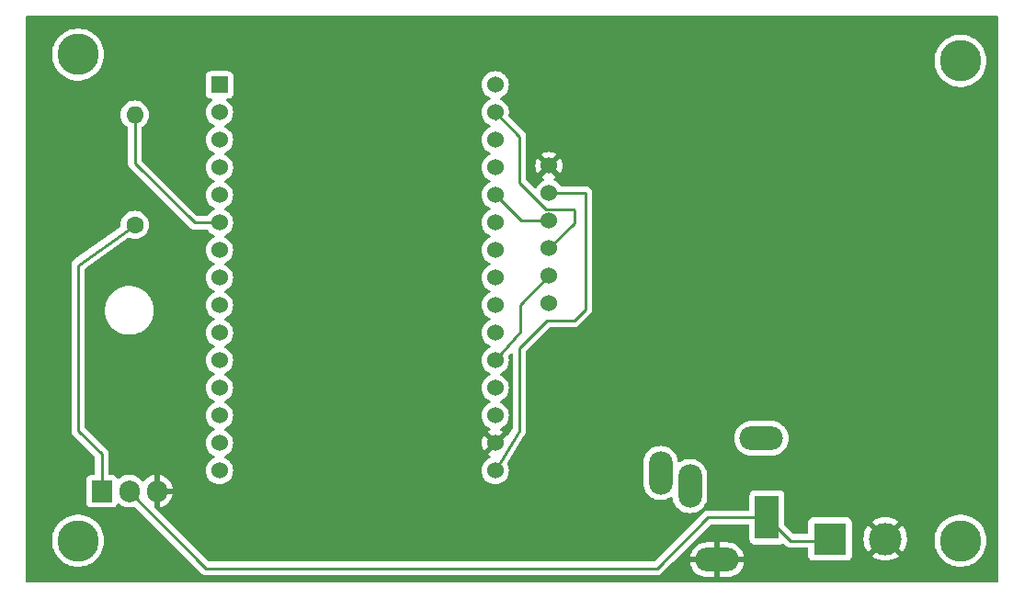
<source format=gbr>
%TF.GenerationSoftware,KiCad,Pcbnew,7.0.7*%
%TF.CreationDate,2023-10-15T02:20:47+00:00*%
%TF.ProjectId,Vulpes,56756c70-6573-42e6-9b69-6361645f7063,rev?*%
%TF.SameCoordinates,Original*%
%TF.FileFunction,Copper,L1,Top*%
%TF.FilePolarity,Positive*%
%FSLAX46Y46*%
G04 Gerber Fmt 4.6, Leading zero omitted, Abs format (unit mm)*
G04 Created by KiCad (PCBNEW 7.0.7) date 2023-10-15 02:20:47*
%MOMM*%
%LPD*%
G01*
G04 APERTURE LIST*
%TA.AperFunction,ComponentPad*%
%ADD10C,3.800000*%
%TD*%
%TA.AperFunction,ComponentPad*%
%ADD11O,2.200000X4.000000*%
%TD*%
%TA.AperFunction,ComponentPad*%
%ADD12O,4.000000X2.200000*%
%TD*%
%TA.AperFunction,ComponentPad*%
%ADD13R,2.200000X4.000000*%
%TD*%
%TA.AperFunction,ComponentPad*%
%ADD14R,1.905000X2.000000*%
%TD*%
%TA.AperFunction,ComponentPad*%
%ADD15O,1.905000X2.000000*%
%TD*%
%TA.AperFunction,ComponentPad*%
%ADD16C,1.600000*%
%TD*%
%TA.AperFunction,ComponentPad*%
%ADD17O,1.600000X1.600000*%
%TD*%
%TA.AperFunction,ComponentPad*%
%ADD18R,1.524000X1.524000*%
%TD*%
%TA.AperFunction,ComponentPad*%
%ADD19C,1.524000*%
%TD*%
%TA.AperFunction,ComponentPad*%
%ADD20R,3.000000X3.000000*%
%TD*%
%TA.AperFunction,ComponentPad*%
%ADD21C,3.000000*%
%TD*%
%TA.AperFunction,ViaPad*%
%ADD22C,0.800000*%
%TD*%
%TA.AperFunction,Conductor*%
%ADD23C,0.250000*%
%TD*%
G04 APERTURE END LIST*
D10*
%TO.P,REF\u002A\u002A,1*%
%TO.N,N/C*%
X162560000Y-114300000D03*
%TD*%
%TO.P,REF\u002A\u002A,1*%
%TO.N,N/C*%
X162560000Y-70087252D03*
%TD*%
%TO.P,REF\u002A\u002A,1*%
%TO.N,N/C*%
X81280000Y-69501098D03*
%TD*%
D11*
%TO.P,J3,R*%
%TO.N,unconnected-(J3-PadR)*%
X134931503Y-108064967D03*
%TO.P,J3,RN*%
%TO.N,N/C*%
X137631503Y-109264967D03*
D12*
%TO.P,J3,S*%
%TO.N,GND*%
X140131503Y-116064967D03*
D13*
%TO.P,J3,T*%
%TO.N,Net-(J2-Pin_1)*%
X144731503Y-112164967D03*
D12*
%TO.P,J3,TN*%
%TO.N,N/C*%
X144231503Y-104864967D03*
%TD*%
D14*
%TO.P,Q1,1,B*%
%TO.N,Net-(Q1-B)*%
X83460000Y-109730000D03*
D15*
%TO.P,Q1,2,C*%
%TO.N,Net-(J2-Pin_1)*%
X86000000Y-109730000D03*
%TO.P,Q1,3,E*%
%TO.N,GND*%
X88540000Y-109730000D03*
%TD*%
D16*
%TO.P,R1,1*%
%TO.N,Net-(Q1-B)*%
X86500000Y-85200000D03*
D17*
%TO.P,R1,2*%
%TO.N,Net-(U1-IO32)*%
X86500000Y-75040000D03*
%TD*%
D18*
%TO.P,U1,1,EN*%
%TO.N,unconnected-(U1-EN-Pad1)*%
X94300000Y-72290000D03*
D19*
%TO.P,U1,2,SENSOR_VP*%
%TO.N,unconnected-(U1-SENSOR_VP-Pad2)*%
X94300000Y-74830000D03*
%TO.P,U1,3,SENSOR_VN*%
%TO.N,unconnected-(U1-SENSOR_VN-Pad3)*%
X94300000Y-77370000D03*
%TO.P,U1,4,IO34*%
%TO.N,unconnected-(U1-IO34-Pad4)*%
X94300000Y-79910000D03*
%TO.P,U1,5,IO35*%
%TO.N,unconnected-(U1-IO35-Pad5)*%
X94300000Y-82450000D03*
%TO.P,U1,6,IO32*%
%TO.N,Net-(U1-IO32)*%
X94300000Y-84990000D03*
%TO.P,U1,7,IO33*%
%TO.N,unconnected-(U1-IO33-Pad7)*%
X94300000Y-87530000D03*
%TO.P,U1,8,IO25*%
%TO.N,unconnected-(U1-IO25-Pad8)*%
X94300000Y-90070000D03*
%TO.P,U1,9,IO26*%
%TO.N,unconnected-(U1-IO26-Pad9)*%
X94300000Y-92610000D03*
%TO.P,U1,10,IO27*%
%TO.N,unconnected-(U1-IO27-Pad10)*%
X94300000Y-95150000D03*
%TO.P,U1,11,IO14*%
%TO.N,unconnected-(U1-IO14-Pad11)*%
X94300000Y-97690000D03*
%TO.P,U1,12,IO12*%
%TO.N,unconnected-(U1-IO12-Pad12)*%
X94300000Y-100230000D03*
%TO.P,U1,13,IO13*%
%TO.N,unconnected-(U1-IO13-Pad13)*%
X94300000Y-102770000D03*
%TO.P,U1,14,GND*%
%TO.N,unconnected-(U1-GND-Pad14)*%
X94300000Y-105310000D03*
%TO.P,U1,15,VIN*%
%TO.N,unconnected-(U1-VIN-Pad15)*%
X94300000Y-107850000D03*
%TO.P,U1,16,3V3*%
%TO.N,/VCC*%
X119700000Y-107850000D03*
%TO.P,U1,17,GND*%
%TO.N,GND*%
X119700000Y-105310000D03*
%TO.P,U1,18,IO15*%
%TO.N,unconnected-(U1-IO15-Pad18)*%
X119700000Y-102770000D03*
%TO.P,U1,19,IO2*%
%TO.N,unconnected-(U1-IO2-Pad19)*%
X119700000Y-100230000D03*
%TO.P,U1,20,IO4*%
%TO.N,/SQW*%
X119700000Y-97690000D03*
%TO.P,U1,21,IO16*%
%TO.N,unconnected-(U1-IO16-Pad21)*%
X119700000Y-95150000D03*
%TO.P,U1,22,IO17*%
%TO.N,unconnected-(U1-IO17-Pad22)*%
X119700000Y-92610000D03*
%TO.P,U1,23,IO5*%
%TO.N,unconnected-(U1-IO5-Pad23)*%
X119700000Y-90070000D03*
%TO.P,U1,24,IO18*%
%TO.N,unconnected-(U1-IO18-Pad24)*%
X119700000Y-87530000D03*
%TO.P,U1,25,IO19*%
%TO.N,unconnected-(U1-IO19-Pad25)*%
X119700000Y-84990000D03*
%TO.P,U1,26,IO21*%
%TO.N,/SDA*%
X119700000Y-82450000D03*
%TO.P,U1,27,RXD0/IO3*%
%TO.N,unconnected-(U1-RXD0{slash}IO3-Pad27)*%
X119700000Y-79910000D03*
%TO.P,U1,28,TXD0/IO1*%
%TO.N,unconnected-(U1-TXD0{slash}IO1-Pad28)*%
X119700000Y-77370000D03*
%TO.P,U1,29,IO22*%
%TO.N,/SCL*%
X119700000Y-74830000D03*
%TO.P,U1,30,IO23*%
%TO.N,unconnected-(U1-IO23-Pad30)*%
X119700000Y-72290000D03*
%TD*%
D10*
%TO.P,REF\u002A\u002A,1*%
%TO.N,N/C*%
X81280000Y-114300000D03*
%TD*%
D20*
%TO.P,J2,1,Pin_1*%
%TO.N,Net-(J2-Pin_1)*%
X150544875Y-114139643D03*
D21*
%TO.P,J2,2,Pin_2*%
%TO.N,GND*%
X155624875Y-114139643D03*
%TD*%
D19*
%TO.P,J1,1,Pin_1*%
%TO.N,GND*%
X124655384Y-79744835D03*
%TO.P,J1,2,Pin_2*%
%TO.N,/VCC*%
X124655384Y-82284835D03*
%TO.P,J1,3,Pin_3*%
%TO.N,/SDA*%
X124655384Y-84824835D03*
%TO.P,J1,4,Pin_4*%
%TO.N,/SCL*%
X124655384Y-87364835D03*
%TO.P,J1,5,Pin_5*%
%TO.N,/SQW*%
X124655384Y-89904835D03*
%TO.P,J1,6,Pin_6*%
%TO.N,/32K*%
X124655384Y-92444835D03*
%TD*%
D22*
%TO.N,GND*%
X152400000Y-76200000D03*
X88900000Y-116840000D03*
X121920000Y-68580000D03*
X78740000Y-86360000D03*
X140310991Y-113496886D03*
X123528858Y-81018522D03*
X165100000Y-78740000D03*
X109220000Y-114300000D03*
X132080000Y-114300000D03*
X82856864Y-103230169D03*
X142240000Y-88900000D03*
X106680000Y-76200000D03*
X116840000Y-114300000D03*
X157480000Y-116840000D03*
X142240000Y-99060000D03*
X106680000Y-99060000D03*
X86360000Y-68580000D03*
X124460000Y-104140000D03*
X78740000Y-78740000D03*
X106680000Y-88900000D03*
X86509446Y-82301861D03*
X106680000Y-106680000D03*
X142240000Y-76200000D03*
X78740000Y-109220000D03*
X85324825Y-107376343D03*
X126095537Y-81018522D03*
X149860000Y-116840000D03*
X78740000Y-101600000D03*
X129540000Y-68580000D03*
X96520000Y-99060000D03*
X152400000Y-101600000D03*
X124318605Y-96122442D03*
X165100000Y-111760000D03*
X129540000Y-76200000D03*
X78740000Y-93980000D03*
X144555883Y-115866128D03*
X89273562Y-85362133D03*
X137160000Y-68580000D03*
X124460000Y-114300000D03*
X152400000Y-88900000D03*
X88900000Y-78740000D03*
X78315816Y-115964847D03*
X88900000Y-99060000D03*
X86213290Y-111818672D03*
X165100000Y-93980000D03*
X101600000Y-68580000D03*
X82363272Y-90396773D03*
X93617173Y-113793041D03*
X165100000Y-86360000D03*
X152400000Y-68580000D03*
X129540000Y-99060000D03*
X101600000Y-114300000D03*
X93980000Y-68580000D03*
X165100000Y-104140000D03*
X129540000Y-86360000D03*
X144780000Y-68580000D03*
X109220000Y-68580000D03*
X152400000Y-81280000D03*
%TD*%
D23*
%TO.N,/VCC*%
X121920000Y-104140000D02*
X119700000Y-107850000D01*
X121920000Y-96520000D02*
X124460000Y-93980000D01*
X121920000Y-104140000D02*
X121920000Y-96520000D01*
X124655384Y-82284835D02*
X128004835Y-82284835D01*
X127000000Y-93980000D02*
X128004835Y-92975165D01*
X124460000Y-93980000D02*
X127000000Y-93980000D01*
X128004835Y-92975165D02*
X128004835Y-82284835D01*
%TO.N,/SDA*%
X122074835Y-84824835D02*
X119700000Y-82450000D01*
X124655384Y-84824835D02*
X122074835Y-84824835D01*
%TO.N,/SCL*%
X124655384Y-87364835D02*
X127000000Y-85020219D01*
X124377835Y-83737835D02*
X121920000Y-81280000D01*
X119700000Y-75517251D02*
X119700000Y-74830000D01*
X127000000Y-85020219D02*
X127000000Y-83820000D01*
X120350000Y-74830000D02*
X119700000Y-74830000D01*
X121920000Y-81280000D02*
X121920000Y-77050000D01*
X121920000Y-77050000D02*
X119700000Y-74830000D01*
X127000000Y-83820000D02*
X126917835Y-83737835D01*
X126917835Y-83737835D02*
X124377835Y-83737835D01*
%TO.N,/SQW*%
X124655384Y-89904835D02*
X122000000Y-92560219D01*
X122000000Y-95000000D02*
X119700000Y-97690000D01*
X122000000Y-92560219D02*
X122000000Y-95000000D01*
%TO.N,Net-(J2-Pin_1)*%
X144731503Y-112164967D02*
X139295033Y-112164967D01*
X93062500Y-116840000D02*
X86000000Y-109777500D01*
X139295033Y-112164967D02*
X134620000Y-116840000D01*
X134620000Y-116840000D02*
X93062500Y-116840000D01*
X149860000Y-114300000D02*
X146866536Y-114300000D01*
X146866536Y-114300000D02*
X144731503Y-112164967D01*
X86000000Y-109777500D02*
X86000000Y-109730000D01*
%TO.N,Net-(Q1-B)*%
X81280000Y-104140000D02*
X83460000Y-106320000D01*
X81280000Y-88900000D02*
X86500000Y-85200000D01*
X81280000Y-104140000D02*
X81280000Y-88900000D01*
X83460000Y-106320000D02*
X83460000Y-109730000D01*
%TO.N,Net-(U1-IO32)*%
X92000000Y-85000000D02*
X94300000Y-84990000D01*
X86500000Y-79500000D02*
X86500000Y-75040000D01*
X92000000Y-85000000D02*
X86500000Y-79500000D01*
%TD*%
%TA.AperFunction,Conductor*%
%TO.N,GND*%
G36*
X121263675Y-97041659D02*
G01*
X121293119Y-97105022D01*
X121294500Y-97123478D01*
X121294499Y-103932880D01*
X121276904Y-103996551D01*
X120934637Y-104568536D01*
X120883322Y-104615955D01*
X120814517Y-104628104D01*
X120781898Y-104614449D01*
X120751740Y-104611811D01*
X120222949Y-105140602D01*
X120161626Y-105174087D01*
X120091934Y-105169103D01*
X120036001Y-105127231D01*
X120031460Y-105120743D01*
X119984189Y-105048391D01*
X119984187Y-105048388D01*
X119928673Y-105005180D01*
X119883843Y-104970287D01*
X119883840Y-104970285D01*
X119883488Y-104970012D01*
X119842675Y-104913301D01*
X119839000Y-104843529D01*
X119871969Y-104784477D01*
X120398187Y-104258258D01*
X120333409Y-104212900D01*
X120333407Y-104212899D01*
X120204219Y-104152658D01*
X120151779Y-104106486D01*
X120132627Y-104039293D01*
X120152843Y-103972411D01*
X120204219Y-103927894D01*
X120218332Y-103921313D01*
X120333662Y-103867534D01*
X120514620Y-103740826D01*
X120670826Y-103584620D01*
X120797534Y-103403662D01*
X120890894Y-103203450D01*
X120948070Y-102990068D01*
X120967323Y-102770000D01*
X120948070Y-102549932D01*
X120890894Y-102336550D01*
X120797534Y-102136339D01*
X120670826Y-101955380D01*
X120514620Y-101799174D01*
X120514616Y-101799171D01*
X120514615Y-101799170D01*
X120333666Y-101672468D01*
X120333658Y-101672464D01*
X120204811Y-101612382D01*
X120152371Y-101566210D01*
X120133219Y-101499017D01*
X120153435Y-101432135D01*
X120204811Y-101387618D01*
X120210802Y-101384824D01*
X120333662Y-101327534D01*
X120514620Y-101200826D01*
X120670826Y-101044620D01*
X120797534Y-100863662D01*
X120890894Y-100663450D01*
X120948070Y-100450068D01*
X120967323Y-100230000D01*
X120948070Y-100009932D01*
X120890894Y-99796550D01*
X120797534Y-99596339D01*
X120670826Y-99415380D01*
X120514620Y-99259174D01*
X120514616Y-99259171D01*
X120514615Y-99259170D01*
X120333666Y-99132468D01*
X120333658Y-99132464D01*
X120204811Y-99072382D01*
X120152371Y-99026210D01*
X120133219Y-98959017D01*
X120153435Y-98892135D01*
X120204811Y-98847618D01*
X120210802Y-98844824D01*
X120333662Y-98787534D01*
X120514620Y-98660826D01*
X120670826Y-98504620D01*
X120797534Y-98323662D01*
X120890894Y-98123450D01*
X120948070Y-97910068D01*
X120967323Y-97690000D01*
X120948070Y-97469932D01*
X120908429Y-97321992D01*
X120910092Y-97252145D01*
X120933958Y-97209318D01*
X121076254Y-97042895D01*
X121134781Y-97004734D01*
X121204650Y-97004273D01*
X121263675Y-97041659D01*
G37*
%TD.AperFunction*%
%TA.AperFunction,Conductor*%
G36*
X165982539Y-65933910D02*
G01*
X166028294Y-65986714D01*
X166039500Y-66038225D01*
X166039500Y-118027368D01*
X166019815Y-118094407D01*
X165967011Y-118140162D01*
X165915500Y-118151368D01*
X76584500Y-118151368D01*
X76517461Y-118131683D01*
X76471706Y-118078879D01*
X76460500Y-118027368D01*
X76460500Y-114300005D01*
X78874754Y-114300005D01*
X78893718Y-114601446D01*
X78893719Y-114601453D01*
X78909425Y-114683784D01*
X78947654Y-114884192D01*
X78950320Y-114898164D01*
X79043659Y-115185431D01*
X79043661Y-115185436D01*
X79172265Y-115458732D01*
X79172268Y-115458738D01*
X79334111Y-115713763D01*
X79334114Y-115713767D01*
X79334115Y-115713768D01*
X79473270Y-115881978D01*
X79526652Y-115946505D01*
X79746836Y-116153272D01*
X79746846Y-116153280D01*
X79991193Y-116330808D01*
X79991198Y-116330810D01*
X79991205Y-116330816D01*
X80255896Y-116476332D01*
X80255901Y-116476334D01*
X80255903Y-116476335D01*
X80255904Y-116476336D01*
X80536734Y-116587524D01*
X80536737Y-116587525D01*
X80634259Y-116612564D01*
X80829302Y-116662642D01*
X80920198Y-116674125D01*
X81128963Y-116700499D01*
X81128969Y-116700499D01*
X81128973Y-116700500D01*
X81128975Y-116700500D01*
X81431025Y-116700500D01*
X81431027Y-116700500D01*
X81431032Y-116700499D01*
X81431036Y-116700499D01*
X81510591Y-116690448D01*
X81730698Y-116662642D01*
X82023262Y-116587525D01*
X82023265Y-116587524D01*
X82304095Y-116476336D01*
X82304096Y-116476335D01*
X82304094Y-116476335D01*
X82304104Y-116476332D01*
X82568795Y-116330816D01*
X82813162Y-116153274D01*
X83033349Y-115946504D01*
X83225885Y-115713768D01*
X83387733Y-115458736D01*
X83516341Y-115185430D01*
X83609681Y-114898160D01*
X83666280Y-114601457D01*
X83666281Y-114601446D01*
X83685246Y-114300005D01*
X83685246Y-114299994D01*
X83666281Y-113998553D01*
X83666280Y-113998546D01*
X83666280Y-113998543D01*
X83609681Y-113701840D01*
X83516341Y-113414570D01*
X83511516Y-113404317D01*
X83387734Y-113141267D01*
X83387733Y-113141264D01*
X83245535Y-112917195D01*
X83225888Y-112886236D01*
X83200769Y-112855872D01*
X83033349Y-112653496D01*
X82967613Y-112591766D01*
X82813163Y-112446727D01*
X82813153Y-112446719D01*
X82568806Y-112269191D01*
X82568799Y-112269186D01*
X82568795Y-112269184D01*
X82304104Y-112123668D01*
X82304101Y-112123666D01*
X82304096Y-112123664D01*
X82304095Y-112123663D01*
X82023265Y-112012475D01*
X82023262Y-112012474D01*
X81730695Y-111937357D01*
X81431036Y-111899500D01*
X81431027Y-111899500D01*
X81128973Y-111899500D01*
X81128963Y-111899500D01*
X80829304Y-111937357D01*
X80536737Y-112012474D01*
X80536734Y-112012475D01*
X80255904Y-112123663D01*
X80255903Y-112123664D01*
X79991205Y-112269184D01*
X79991193Y-112269191D01*
X79746846Y-112446719D01*
X79746836Y-112446727D01*
X79526652Y-112653494D01*
X79334111Y-112886236D01*
X79172268Y-113141261D01*
X79172265Y-113141267D01*
X79043661Y-113414563D01*
X79043659Y-113414568D01*
X78950320Y-113701835D01*
X78950319Y-113701839D01*
X78950319Y-113701840D01*
X78945669Y-113726218D01*
X78893719Y-113998546D01*
X78893718Y-113998553D01*
X78874754Y-114299994D01*
X78874754Y-114300005D01*
X76460500Y-114300005D01*
X76460500Y-88932221D01*
X80650353Y-88932221D01*
X80652567Y-88944612D01*
X80654500Y-88966421D01*
X80654500Y-104057255D01*
X80652775Y-104072872D01*
X80653061Y-104072899D01*
X80652326Y-104080665D01*
X80654500Y-104149814D01*
X80654500Y-104179343D01*
X80654501Y-104179360D01*
X80655368Y-104186231D01*
X80655826Y-104192050D01*
X80657290Y-104238624D01*
X80657291Y-104238627D01*
X80662880Y-104257867D01*
X80666824Y-104276911D01*
X80669336Y-104296792D01*
X80684689Y-104335571D01*
X80686490Y-104340119D01*
X80688382Y-104345647D01*
X80701381Y-104390388D01*
X80711580Y-104407634D01*
X80720136Y-104425100D01*
X80721053Y-104427414D01*
X80727514Y-104443732D01*
X80754898Y-104481423D01*
X80758106Y-104486307D01*
X80781827Y-104526416D01*
X80781833Y-104526424D01*
X80795990Y-104540580D01*
X80808628Y-104555376D01*
X80820405Y-104571586D01*
X80820406Y-104571587D01*
X80856309Y-104601288D01*
X80860620Y-104605210D01*
X81834694Y-105579284D01*
X82798181Y-106542771D01*
X82831666Y-106604094D01*
X82834500Y-106630452D01*
X82834500Y-108105500D01*
X82814815Y-108172539D01*
X82762011Y-108218294D01*
X82710500Y-108229500D01*
X82459630Y-108229500D01*
X82459623Y-108229501D01*
X82400016Y-108235908D01*
X82265171Y-108286202D01*
X82265164Y-108286206D01*
X82149955Y-108372452D01*
X82149952Y-108372455D01*
X82063706Y-108487664D01*
X82063702Y-108487671D01*
X82013408Y-108622517D01*
X82007001Y-108682116D01*
X82007000Y-108682135D01*
X82007000Y-110777870D01*
X82007001Y-110777876D01*
X82013408Y-110837483D01*
X82063702Y-110972328D01*
X82063706Y-110972335D01*
X82149952Y-111087544D01*
X82149955Y-111087547D01*
X82265164Y-111173793D01*
X82265171Y-111173797D01*
X82400017Y-111224091D01*
X82400016Y-111224091D01*
X82406944Y-111224835D01*
X82459627Y-111230500D01*
X84460372Y-111230499D01*
X84519983Y-111224091D01*
X84654831Y-111173796D01*
X84770046Y-111087546D01*
X84856296Y-110972331D01*
X84867725Y-110941687D01*
X84909594Y-110885755D01*
X84975058Y-110861336D01*
X85043331Y-110876186D01*
X85060069Y-110887167D01*
X85202552Y-110998066D01*
X85202558Y-110998070D01*
X85202561Y-110998072D01*
X85367891Y-111087544D01*
X85413478Y-111112215D01*
X85414336Y-111112679D01*
X85532598Y-111153278D01*
X85642083Y-111190865D01*
X85642085Y-111190865D01*
X85642087Y-111190866D01*
X85879601Y-111230500D01*
X85879602Y-111230500D01*
X86120398Y-111230500D01*
X86120399Y-111230500D01*
X86357913Y-111190866D01*
X86411897Y-111172332D01*
X86481694Y-111169181D01*
X86539841Y-111201931D01*
X89610359Y-114272450D01*
X92561697Y-117223788D01*
X92571522Y-117236051D01*
X92571743Y-117235869D01*
X92576714Y-117241878D01*
X92597543Y-117261437D01*
X92627135Y-117289226D01*
X92648029Y-117310120D01*
X92653511Y-117314373D01*
X92657943Y-117318157D01*
X92691918Y-117350062D01*
X92709476Y-117359714D01*
X92725735Y-117370395D01*
X92741564Y-117382673D01*
X92784338Y-117401182D01*
X92789556Y-117403738D01*
X92830408Y-117426197D01*
X92849816Y-117431180D01*
X92868217Y-117437480D01*
X92886604Y-117445437D01*
X92929988Y-117452308D01*
X92932619Y-117452725D01*
X92938339Y-117453909D01*
X92983481Y-117465500D01*
X93003516Y-117465500D01*
X93022914Y-117467026D01*
X93042694Y-117470159D01*
X93042695Y-117470160D01*
X93042695Y-117470159D01*
X93042696Y-117470160D01*
X93089083Y-117465775D01*
X93094922Y-117465500D01*
X134537257Y-117465500D01*
X134552877Y-117467224D01*
X134552904Y-117466939D01*
X134560660Y-117467671D01*
X134560667Y-117467673D01*
X134629814Y-117465500D01*
X134659350Y-117465500D01*
X134666228Y-117464630D01*
X134672041Y-117464172D01*
X134718627Y-117462709D01*
X134737869Y-117457117D01*
X134756912Y-117453174D01*
X134776792Y-117450664D01*
X134820122Y-117433507D01*
X134825646Y-117431617D01*
X134829396Y-117430527D01*
X134870390Y-117418618D01*
X134887629Y-117408422D01*
X134905103Y-117399862D01*
X134923727Y-117392488D01*
X134923727Y-117392487D01*
X134923732Y-117392486D01*
X134961449Y-117365082D01*
X134966305Y-117361892D01*
X135006420Y-117338170D01*
X135020589Y-117323999D01*
X135035379Y-117311368D01*
X135051587Y-117299594D01*
X135081299Y-117263676D01*
X135085212Y-117259376D01*
X136029621Y-116314967D01*
X137646231Y-116314967D01*
X137646314Y-116316034D01*
X137705106Y-116560923D01*
X137801483Y-116793598D01*
X137933071Y-117008329D01*
X137933074Y-117008334D01*
X138096633Y-117199836D01*
X138288135Y-117363395D01*
X138288140Y-117363398D01*
X138502871Y-117494986D01*
X138735546Y-117591363D01*
X138980430Y-117650153D01*
X139168631Y-117664967D01*
X139881503Y-117664967D01*
X139881503Y-116831720D01*
X139901188Y-116764681D01*
X139953992Y-116718926D01*
X140023150Y-116708982D01*
X140036319Y-116711611D01*
X140049389Y-116714967D01*
X140049393Y-116714967D01*
X140172395Y-116714967D01*
X140172397Y-116714967D01*
X140172402Y-116714966D01*
X140172406Y-116714966D01*
X140219773Y-116708982D01*
X140241961Y-116706179D01*
X140310939Y-116717305D01*
X140362951Y-116763958D01*
X140381503Y-116829201D01*
X140381503Y-117664967D01*
X141094375Y-117664967D01*
X141282575Y-117650153D01*
X141527459Y-117591363D01*
X141760134Y-117494986D01*
X141974865Y-117363398D01*
X141974870Y-117363395D01*
X142166372Y-117199836D01*
X142329931Y-117008334D01*
X142329934Y-117008329D01*
X142461522Y-116793598D01*
X142557899Y-116560923D01*
X142616691Y-116316034D01*
X142616775Y-116314967D01*
X140895424Y-116314967D01*
X140828385Y-116295282D01*
X140782630Y-116242478D01*
X140772686Y-116173320D01*
X140773620Y-116167733D01*
X140776378Y-116153272D01*
X140785376Y-116106105D01*
X140775350Y-115946751D01*
X140790786Y-115878610D01*
X140840612Y-115829630D01*
X140899105Y-115814967D01*
X142616774Y-115814967D01*
X142616774Y-115814966D01*
X142616691Y-115813899D01*
X142557899Y-115569010D01*
X142461522Y-115336335D01*
X142329934Y-115121604D01*
X142329931Y-115121599D01*
X142166372Y-114930097D01*
X141974870Y-114766538D01*
X141974865Y-114766535D01*
X141760134Y-114634947D01*
X141527459Y-114538570D01*
X141282575Y-114479780D01*
X141094375Y-114464967D01*
X140381503Y-114464967D01*
X140381503Y-115298213D01*
X140361818Y-115365252D01*
X140309014Y-115411007D01*
X140239856Y-115420951D01*
X140226668Y-115418318D01*
X140213618Y-115414967D01*
X140213617Y-115414967D01*
X140090609Y-115414967D01*
X140090597Y-115414967D01*
X140021044Y-115423754D01*
X139952066Y-115412627D01*
X139900054Y-115365973D01*
X139881503Y-115300732D01*
X139881503Y-114464967D01*
X139168631Y-114464967D01*
X138980430Y-114479780D01*
X138735546Y-114538570D01*
X138502871Y-114634947D01*
X138288140Y-114766535D01*
X138288135Y-114766538D01*
X138096633Y-114930097D01*
X137933074Y-115121599D01*
X137933071Y-115121604D01*
X137801483Y-115336335D01*
X137705106Y-115569010D01*
X137646314Y-115813899D01*
X137646231Y-115814966D01*
X137646232Y-115814967D01*
X139367582Y-115814967D01*
X139434621Y-115834652D01*
X139480376Y-115887456D01*
X139490320Y-115956614D01*
X139489386Y-115962201D01*
X139487430Y-115972452D01*
X139477630Y-116023829D01*
X139487035Y-116173320D01*
X139487656Y-116183181D01*
X139472220Y-116251324D01*
X139422394Y-116300304D01*
X139363901Y-116314967D01*
X137646231Y-116314967D01*
X136029621Y-116314967D01*
X139517804Y-112826786D01*
X139579128Y-112793301D01*
X139605486Y-112790467D01*
X143007004Y-112790467D01*
X143074043Y-112810152D01*
X143119798Y-112862956D01*
X143131004Y-112914467D01*
X143131004Y-114212843D01*
X143137411Y-114272450D01*
X143187705Y-114407295D01*
X143187709Y-114407302D01*
X143273955Y-114522511D01*
X143273958Y-114522514D01*
X143389167Y-114608760D01*
X143389174Y-114608764D01*
X143524020Y-114659058D01*
X143524019Y-114659058D01*
X143530947Y-114659802D01*
X143583630Y-114665467D01*
X145879375Y-114665466D01*
X145938986Y-114659058D01*
X146073834Y-114608763D01*
X146111845Y-114580307D01*
X146177308Y-114555889D01*
X146245581Y-114570739D01*
X146273838Y-114591892D01*
X146365730Y-114683784D01*
X146375555Y-114696048D01*
X146375776Y-114695866D01*
X146380746Y-114701873D01*
X146380749Y-114701876D01*
X146380750Y-114701877D01*
X146431187Y-114749241D01*
X146452066Y-114770120D01*
X146457540Y-114774366D01*
X146461978Y-114778156D01*
X146495954Y-114810062D01*
X146513509Y-114819713D01*
X146529767Y-114830392D01*
X146545600Y-114842674D01*
X146567551Y-114852172D01*
X146588373Y-114861183D01*
X146593617Y-114863752D01*
X146634444Y-114886197D01*
X146653848Y-114891179D01*
X146672246Y-114897478D01*
X146690641Y-114905438D01*
X146736665Y-114912726D01*
X146742368Y-114913907D01*
X146787517Y-114925500D01*
X146807552Y-114925500D01*
X146826949Y-114927026D01*
X146846732Y-114930160D01*
X146893119Y-114925775D01*
X146898958Y-114925500D01*
X148420376Y-114925500D01*
X148487415Y-114945185D01*
X148533170Y-114997989D01*
X148544376Y-115049500D01*
X148544376Y-115687519D01*
X148550783Y-115747126D01*
X148601077Y-115881971D01*
X148601081Y-115881978D01*
X148687327Y-115997187D01*
X148687330Y-115997190D01*
X148802539Y-116083436D01*
X148802546Y-116083440D01*
X148937392Y-116133734D01*
X148937391Y-116133734D01*
X148944319Y-116134478D01*
X148997002Y-116140143D01*
X152092747Y-116140142D01*
X152152358Y-116133734D01*
X152287206Y-116083439D01*
X152402421Y-115997189D01*
X152488671Y-115881974D01*
X152538966Y-115747126D01*
X152545375Y-115687516D01*
X152545375Y-114139644D01*
X153619766Y-114139644D01*
X153640175Y-114425005D01*
X153700984Y-114704538D01*
X153800966Y-114972601D01*
X153938066Y-115223681D01*
X153938071Y-115223689D01*
X154044757Y-115366204D01*
X154044758Y-115366205D01*
X154829395Y-114581567D01*
X154890718Y-114548082D01*
X154960409Y-114553066D01*
X155016343Y-114594937D01*
X155016539Y-114595200D01*
X155068308Y-114664737D01*
X155174000Y-114753424D01*
X155212702Y-114811595D01*
X155213810Y-114881456D01*
X155181975Y-114936094D01*
X154398311Y-115719757D01*
X154398311Y-115719758D01*
X154540835Y-115826450D01*
X154540836Y-115826451D01*
X154791917Y-115963551D01*
X154791916Y-115963551D01*
X155059979Y-116063533D01*
X155339512Y-116124342D01*
X155624874Y-116144752D01*
X155624876Y-116144752D01*
X155910237Y-116124342D01*
X156189770Y-116063533D01*
X156457833Y-115963551D01*
X156708922Y-115826446D01*
X156851436Y-115719759D01*
X156851437Y-115719758D01*
X156067970Y-114936291D01*
X156034485Y-114874968D01*
X156039469Y-114805276D01*
X156081341Y-114749343D01*
X156087513Y-114745009D01*
X156116719Y-114725800D01*
X156238639Y-114596573D01*
X156238639Y-114596572D01*
X156243595Y-114591320D01*
X156245097Y-114592737D01*
X156292711Y-114556886D01*
X156362389Y-114551706D01*
X156423806Y-114585020D01*
X156424051Y-114585265D01*
X157204990Y-115366205D01*
X157204991Y-115366204D01*
X157311678Y-115223690D01*
X157448783Y-114972601D01*
X157548765Y-114704538D01*
X157609574Y-114425005D01*
X157618514Y-114300005D01*
X160154754Y-114300005D01*
X160173718Y-114601446D01*
X160173719Y-114601453D01*
X160189425Y-114683784D01*
X160227654Y-114884192D01*
X160230320Y-114898164D01*
X160323659Y-115185431D01*
X160323661Y-115185436D01*
X160452265Y-115458732D01*
X160452268Y-115458738D01*
X160614111Y-115713763D01*
X160614114Y-115713767D01*
X160614115Y-115713768D01*
X160753270Y-115881978D01*
X160806652Y-115946505D01*
X161026836Y-116153272D01*
X161026846Y-116153280D01*
X161271193Y-116330808D01*
X161271198Y-116330810D01*
X161271205Y-116330816D01*
X161535896Y-116476332D01*
X161535901Y-116476334D01*
X161535903Y-116476335D01*
X161535904Y-116476336D01*
X161816734Y-116587524D01*
X161816737Y-116587525D01*
X161914259Y-116612564D01*
X162109302Y-116662642D01*
X162200198Y-116674125D01*
X162408963Y-116700499D01*
X162408969Y-116700499D01*
X162408973Y-116700500D01*
X162408975Y-116700500D01*
X162711025Y-116700500D01*
X162711027Y-116700500D01*
X162711032Y-116700499D01*
X162711036Y-116700499D01*
X162790591Y-116690448D01*
X163010698Y-116662642D01*
X163303262Y-116587525D01*
X163303265Y-116587524D01*
X163584095Y-116476336D01*
X163584096Y-116476335D01*
X163584094Y-116476335D01*
X163584104Y-116476332D01*
X163848795Y-116330816D01*
X164093162Y-116153274D01*
X164313349Y-115946504D01*
X164505885Y-115713768D01*
X164667733Y-115458736D01*
X164796341Y-115185430D01*
X164889681Y-114898160D01*
X164946280Y-114601457D01*
X164946281Y-114601446D01*
X164965246Y-114300005D01*
X164965246Y-114299994D01*
X164946281Y-113998553D01*
X164946280Y-113998546D01*
X164946280Y-113998543D01*
X164889681Y-113701840D01*
X164796341Y-113414570D01*
X164791516Y-113404317D01*
X164667734Y-113141267D01*
X164667733Y-113141264D01*
X164525535Y-112917195D01*
X164505888Y-112886236D01*
X164480769Y-112855872D01*
X164313349Y-112653496D01*
X164247613Y-112591766D01*
X164093163Y-112446727D01*
X164093153Y-112446719D01*
X163848806Y-112269191D01*
X163848799Y-112269186D01*
X163848795Y-112269184D01*
X163584104Y-112123668D01*
X163584101Y-112123666D01*
X163584096Y-112123664D01*
X163584095Y-112123663D01*
X163303265Y-112012475D01*
X163303262Y-112012474D01*
X163010695Y-111937357D01*
X162711036Y-111899500D01*
X162711027Y-111899500D01*
X162408973Y-111899500D01*
X162408963Y-111899500D01*
X162109304Y-111937357D01*
X161816737Y-112012474D01*
X161816734Y-112012475D01*
X161535904Y-112123663D01*
X161535903Y-112123664D01*
X161271205Y-112269184D01*
X161271193Y-112269191D01*
X161026846Y-112446719D01*
X161026836Y-112446727D01*
X160806652Y-112653494D01*
X160614111Y-112886236D01*
X160452268Y-113141261D01*
X160452265Y-113141267D01*
X160323661Y-113414563D01*
X160323659Y-113414568D01*
X160230320Y-113701835D01*
X160230319Y-113701839D01*
X160230319Y-113701840D01*
X160225669Y-113726218D01*
X160173719Y-113998546D01*
X160173718Y-113998553D01*
X160154754Y-114299994D01*
X160154754Y-114300005D01*
X157618514Y-114300005D01*
X157629984Y-114139644D01*
X157629984Y-114139641D01*
X157609574Y-113854280D01*
X157548765Y-113574747D01*
X157448783Y-113306684D01*
X157311683Y-113055604D01*
X157311682Y-113055603D01*
X157204990Y-112913079D01*
X156420353Y-113697717D01*
X156359030Y-113731202D01*
X156289338Y-113726218D01*
X156233405Y-113684346D01*
X156233209Y-113684084D01*
X156181441Y-113614548D01*
X156134008Y-113574747D01*
X156075746Y-113525858D01*
X156037045Y-113467689D01*
X156035937Y-113397828D01*
X156067772Y-113343190D01*
X156851437Y-112559526D01*
X156851436Y-112559525D01*
X156708921Y-112452839D01*
X156708913Y-112452834D01*
X156457832Y-112315734D01*
X156457833Y-112315734D01*
X156189770Y-112215752D01*
X155910237Y-112154943D01*
X155624876Y-112134534D01*
X155624874Y-112134534D01*
X155339512Y-112154943D01*
X155059979Y-112215752D01*
X154791916Y-112315734D01*
X154540836Y-112452834D01*
X154540828Y-112452839D01*
X154398311Y-112559525D01*
X154398311Y-112559526D01*
X155181779Y-113342994D01*
X155215264Y-113404317D01*
X155210280Y-113474009D01*
X155168408Y-113529942D01*
X155162240Y-113534274D01*
X155133030Y-113553486D01*
X155006155Y-113687966D01*
X155004657Y-113686553D01*
X154957000Y-113722413D01*
X154887321Y-113727570D01*
X154825915Y-113694237D01*
X154825698Y-113694020D01*
X154044758Y-112913079D01*
X154044757Y-112913080D01*
X153938071Y-113055596D01*
X153938066Y-113055604D01*
X153800966Y-113306684D01*
X153700984Y-113574747D01*
X153640175Y-113854280D01*
X153619766Y-114139641D01*
X153619766Y-114139644D01*
X152545375Y-114139644D01*
X152545374Y-112591771D01*
X152538966Y-112532160D01*
X152509381Y-112452839D01*
X152488672Y-112397314D01*
X152488668Y-112397307D01*
X152402422Y-112282098D01*
X152402419Y-112282095D01*
X152287210Y-112195849D01*
X152287203Y-112195845D01*
X152152357Y-112145551D01*
X152152358Y-112145551D01*
X152092758Y-112139144D01*
X152092756Y-112139143D01*
X152092748Y-112139143D01*
X152092739Y-112139143D01*
X148997004Y-112139143D01*
X148996998Y-112139144D01*
X148937391Y-112145551D01*
X148802546Y-112195845D01*
X148802539Y-112195849D01*
X148687330Y-112282095D01*
X148687327Y-112282098D01*
X148601081Y-112397307D01*
X148601077Y-112397314D01*
X148550783Y-112532160D01*
X148544376Y-112591759D01*
X148544376Y-112591766D01*
X148544375Y-112591778D01*
X148544375Y-113550500D01*
X148524690Y-113617539D01*
X148471886Y-113663294D01*
X148420375Y-113674500D01*
X147176988Y-113674500D01*
X147109949Y-113654815D01*
X147089307Y-113638181D01*
X146368321Y-112917195D01*
X146334836Y-112855872D01*
X146332002Y-112829514D01*
X146332002Y-110117096D01*
X146332001Y-110117090D01*
X146332000Y-110117083D01*
X146325594Y-110057484D01*
X146310641Y-110017394D01*
X146275300Y-109922638D01*
X146275296Y-109922631D01*
X146189050Y-109807422D01*
X146189047Y-109807419D01*
X146073838Y-109721173D01*
X146073831Y-109721169D01*
X145938985Y-109670875D01*
X145938986Y-109670875D01*
X145879386Y-109664468D01*
X145879384Y-109664467D01*
X145879376Y-109664467D01*
X145879367Y-109664467D01*
X143583632Y-109664467D01*
X143583626Y-109664468D01*
X143524019Y-109670875D01*
X143389174Y-109721169D01*
X143389167Y-109721173D01*
X143273958Y-109807419D01*
X143273955Y-109807422D01*
X143187709Y-109922631D01*
X143187705Y-109922638D01*
X143137411Y-110057484D01*
X143132820Y-110100190D01*
X143131004Y-110117090D01*
X143131003Y-110117102D01*
X143131003Y-111415467D01*
X143111318Y-111482506D01*
X143058514Y-111528261D01*
X143007003Y-111539467D01*
X139377771Y-111539467D01*
X139362154Y-111537743D01*
X139362127Y-111538029D01*
X139354365Y-111537294D01*
X139285237Y-111539467D01*
X139255683Y-111539467D01*
X139254962Y-111539557D01*
X139248790Y-111540336D01*
X139242978Y-111540793D01*
X139196406Y-111542257D01*
X139196405Y-111542257D01*
X139177162Y-111547848D01*
X139158112Y-111551792D01*
X139138244Y-111554301D01*
X139094917Y-111571455D01*
X139089391Y-111573346D01*
X139044647Y-111586346D01*
X139044643Y-111586348D01*
X139027399Y-111596546D01*
X139009938Y-111605100D01*
X138991307Y-111612477D01*
X138991295Y-111612484D01*
X138953603Y-111639869D01*
X138948720Y-111643076D01*
X138908613Y-111666796D01*
X138894447Y-111680962D01*
X138879657Y-111693594D01*
X138863447Y-111705371D01*
X138863444Y-111705374D01*
X138833743Y-111741276D01*
X138829810Y-111745598D01*
X134397228Y-116178181D01*
X134335905Y-116211666D01*
X134309547Y-116214500D01*
X93372953Y-116214500D01*
X93305914Y-116194815D01*
X93285272Y-116178181D01*
X88326319Y-111219228D01*
X88292834Y-111157905D01*
X88290000Y-111131547D01*
X88290000Y-110394652D01*
X88309685Y-110327613D01*
X88362489Y-110281858D01*
X88431647Y-110271914D01*
X88447447Y-110275248D01*
X88464404Y-110280000D01*
X88464406Y-110280000D01*
X88577622Y-110280000D01*
X88649116Y-110270173D01*
X88718210Y-110280545D01*
X88770729Y-110326627D01*
X88790000Y-110393018D01*
X88790000Y-111208365D01*
X88897792Y-111190379D01*
X89125454Y-111112221D01*
X89125468Y-111112215D01*
X89337159Y-110997655D01*
X89337168Y-110997649D01*
X89527116Y-110849806D01*
X89527126Y-110849797D01*
X89690148Y-110672710D01*
X89690156Y-110672699D01*
X89821813Y-110471184D01*
X89918508Y-110250740D01*
X89977599Y-110017395D01*
X89977599Y-110017394D01*
X89980697Y-109980000D01*
X89206956Y-109980000D01*
X89139917Y-109960315D01*
X89094162Y-109907511D01*
X89083245Y-109847537D01*
X89085989Y-109807422D01*
X89093877Y-109692114D01*
X89080809Y-109629227D01*
X89086443Y-109559586D01*
X89128834Y-109504045D01*
X89194523Y-109480239D01*
X89202216Y-109480000D01*
X89980697Y-109480000D01*
X89977599Y-109442605D01*
X89977599Y-109442604D01*
X89918508Y-109209259D01*
X89821813Y-108988815D01*
X89690156Y-108787300D01*
X89690148Y-108787289D01*
X89527126Y-108610202D01*
X89527116Y-108610193D01*
X89337168Y-108462350D01*
X89337159Y-108462344D01*
X89125468Y-108347784D01*
X89125454Y-108347778D01*
X88897791Y-108269619D01*
X88790000Y-108251633D01*
X88790000Y-109065347D01*
X88770315Y-109132386D01*
X88717511Y-109178141D01*
X88648353Y-109188085D01*
X88632547Y-109184749D01*
X88615598Y-109180000D01*
X88615596Y-109180000D01*
X88502378Y-109180000D01*
X88502376Y-109180000D01*
X88430884Y-109189826D01*
X88361789Y-109179453D01*
X88309270Y-109133371D01*
X88290000Y-109066981D01*
X88290000Y-108251633D01*
X88289999Y-108251633D01*
X88182208Y-108269619D01*
X87954545Y-108347778D01*
X87954531Y-108347784D01*
X87742840Y-108462344D01*
X87742831Y-108462350D01*
X87552883Y-108610193D01*
X87552873Y-108610202D01*
X87389851Y-108787289D01*
X87389846Y-108787297D01*
X87374104Y-108811390D01*
X87320955Y-108856745D01*
X87251724Y-108866165D01*
X87188389Y-108836660D01*
X87166489Y-108811384D01*
X87150555Y-108786994D01*
X87054018Y-108682127D01*
X86987463Y-108609829D01*
X86853358Y-108505451D01*
X86797441Y-108461929D01*
X86585665Y-108347321D01*
X86585656Y-108347318D01*
X86357916Y-108269134D01*
X86158800Y-108235908D01*
X86120399Y-108229500D01*
X85879601Y-108229500D01*
X85841200Y-108235908D01*
X85642083Y-108269134D01*
X85414343Y-108347318D01*
X85414334Y-108347321D01*
X85202559Y-108461929D01*
X85060069Y-108572833D01*
X84995075Y-108598475D01*
X84926535Y-108584908D01*
X84876210Y-108536440D01*
X84867725Y-108518311D01*
X84856298Y-108487673D01*
X84856293Y-108487664D01*
X84770047Y-108372455D01*
X84770044Y-108372452D01*
X84654835Y-108286206D01*
X84654828Y-108286202D01*
X84519982Y-108235908D01*
X84519983Y-108235908D01*
X84460383Y-108229501D01*
X84460381Y-108229500D01*
X84460373Y-108229500D01*
X84460365Y-108229500D01*
X84209499Y-108229500D01*
X84142460Y-108209815D01*
X84096705Y-108157011D01*
X84085499Y-108105500D01*
X84085499Y-107416543D01*
X84085499Y-106402733D01*
X84087225Y-106387122D01*
X84086939Y-106387095D01*
X84087673Y-106379333D01*
X84085500Y-106310172D01*
X84085500Y-106280656D01*
X84085500Y-106280650D01*
X84084631Y-106273779D01*
X84084173Y-106267952D01*
X84082710Y-106221373D01*
X84077119Y-106202130D01*
X84073173Y-106183078D01*
X84070664Y-106163208D01*
X84053504Y-106119867D01*
X84051624Y-106114379D01*
X84038618Y-106069610D01*
X84028422Y-106052370D01*
X84019861Y-106034894D01*
X84012487Y-106016270D01*
X84012486Y-106016268D01*
X83985079Y-105978545D01*
X83981888Y-105973686D01*
X83958172Y-105933583D01*
X83958165Y-105933574D01*
X83944006Y-105919415D01*
X83931368Y-105904619D01*
X83919594Y-105888413D01*
X83883688Y-105858709D01*
X83879376Y-105854786D01*
X81941819Y-103917228D01*
X81908334Y-103855905D01*
X81905500Y-103829547D01*
X81905500Y-93070001D01*
X83744671Y-93070001D01*
X83746835Y-93103027D01*
X83746933Y-93109155D01*
X83745723Y-93145367D01*
X83745723Y-93145376D01*
X83756880Y-93256281D01*
X83763965Y-93364376D01*
X83763966Y-93364389D01*
X83771050Y-93400003D01*
X83771930Y-93405891D01*
X83775882Y-93445164D01*
X83800996Y-93550546D01*
X83821516Y-93653711D01*
X83821518Y-93653719D01*
X83834230Y-93691171D01*
X83835831Y-93696727D01*
X83845728Y-93738252D01*
X83845730Y-93738257D01*
X83845731Y-93738261D01*
X83883542Y-93836437D01*
X83908825Y-93910917D01*
X83916348Y-93933076D01*
X83935263Y-93971433D01*
X83937515Y-93976573D01*
X83954019Y-94019428D01*
X83954023Y-94019436D01*
X84003076Y-94108946D01*
X84046822Y-94197655D01*
X84046833Y-94197673D01*
X84072380Y-94235907D01*
X84075199Y-94240557D01*
X84098822Y-94283659D01*
X84098829Y-94283671D01*
X84156671Y-94362175D01*
X84158308Y-94364507D01*
X84208480Y-94439595D01*
X84210727Y-94442957D01*
X84243182Y-94479965D01*
X84246482Y-94484068D01*
X84277551Y-94526235D01*
X84343114Y-94594028D01*
X84345160Y-94596249D01*
X84352189Y-94604264D01*
X84405242Y-94664758D01*
X84440025Y-94695262D01*
X84444670Y-94699336D01*
X84448358Y-94702849D01*
X84487018Y-94742822D01*
X84487020Y-94742824D01*
X84514375Y-94764426D01*
X84558495Y-94799267D01*
X84560950Y-94801311D01*
X84627040Y-94859270D01*
X84627040Y-94859271D01*
X84673336Y-94890205D01*
X84677307Y-94893092D01*
X84723484Y-94929558D01*
X84723485Y-94929558D01*
X84799059Y-94974320D01*
X84801897Y-94976106D01*
X84853617Y-95010665D01*
X84872338Y-95023174D01*
X84889190Y-95031484D01*
X84925187Y-95049236D01*
X84929318Y-95051473D01*
X84963458Y-95071694D01*
X84982717Y-95083102D01*
X84982722Y-95083104D01*
X84982730Y-95083109D01*
X85060665Y-95116156D01*
X85063826Y-95117604D01*
X85136923Y-95153652D01*
X85195759Y-95173624D01*
X85200014Y-95175245D01*
X85260128Y-95200736D01*
X85338640Y-95222242D01*
X85342160Y-95223320D01*
X85416278Y-95248481D01*
X85454719Y-95256127D01*
X85480384Y-95261232D01*
X85484658Y-95262241D01*
X85550729Y-95280340D01*
X85628224Y-95290761D01*
X85632037Y-95291397D01*
X85705620Y-95306034D01*
X85774067Y-95310519D01*
X85778246Y-95310937D01*
X85849347Y-95320500D01*
X85924302Y-95320500D01*
X85928349Y-95320632D01*
X85960372Y-95322731D01*
X85999994Y-95325329D01*
X86000000Y-95325329D01*
X86000004Y-95325329D01*
X86010762Y-95324623D01*
X86072081Y-95320604D01*
X86075222Y-95320500D01*
X86075244Y-95320500D01*
X86148842Y-95315573D01*
X86294380Y-95306034D01*
X86294409Y-95306028D01*
X86295522Y-95305882D01*
X86299478Y-95305489D01*
X86300634Y-95305412D01*
X86443658Y-95276341D01*
X86583722Y-95248481D01*
X86584442Y-95248236D01*
X86592018Y-95246185D01*
X86595903Y-95245396D01*
X86730821Y-95198547D01*
X86863077Y-95153652D01*
X86866687Y-95151871D01*
X86873754Y-95148914D01*
X86880537Y-95146560D01*
X87005220Y-95083554D01*
X87127665Y-95023172D01*
X87133700Y-95019138D01*
X87140164Y-95015364D01*
X87149459Y-95010668D01*
X87262040Y-94933385D01*
X87372957Y-94859273D01*
X87380840Y-94852358D01*
X87386622Y-94847863D01*
X87397869Y-94840144D01*
X87496824Y-94750643D01*
X87594758Y-94664758D01*
X87603799Y-94654446D01*
X87608823Y-94649345D01*
X87621333Y-94638032D01*
X87705443Y-94538545D01*
X87789273Y-94442957D01*
X87798687Y-94428866D01*
X87802895Y-94423279D01*
X87815863Y-94407941D01*
X87815865Y-94407939D01*
X87884276Y-94300775D01*
X87953172Y-94197665D01*
X87962098Y-94179562D01*
X87965441Y-94173631D01*
X87977993Y-94153970D01*
X88030195Y-94041476D01*
X88083652Y-93933077D01*
X88091179Y-93910899D01*
X88093641Y-93904752D01*
X88104823Y-93880658D01*
X88140632Y-93765219D01*
X88178481Y-93653722D01*
X88180557Y-93643287D01*
X88183677Y-93627597D01*
X88185271Y-93621316D01*
X88194093Y-93592879D01*
X88213676Y-93476782D01*
X88213838Y-93475971D01*
X88224051Y-93424621D01*
X88236034Y-93364380D01*
X88237986Y-93334576D01*
X88238714Y-93328342D01*
X88244209Y-93295770D01*
X88248038Y-93181231D01*
X88248811Y-93169437D01*
X88255329Y-93070005D01*
X88255329Y-93070001D01*
X88255329Y-93070000D01*
X88253162Y-93036955D01*
X88253065Y-93030849D01*
X88254277Y-92994631D01*
X88243119Y-92883718D01*
X88236034Y-92775620D01*
X88228944Y-92739977D01*
X88228068Y-92734107D01*
X88224118Y-92694840D01*
X88224118Y-92694838D01*
X88199003Y-92589454D01*
X88178481Y-92486278D01*
X88165764Y-92448816D01*
X88164169Y-92443283D01*
X88154269Y-92401739D01*
X88149720Y-92389929D01*
X88116457Y-92303562D01*
X88101819Y-92260441D01*
X88083652Y-92206923D01*
X88064732Y-92168556D01*
X88062485Y-92163429D01*
X88045977Y-92120566D01*
X88012467Y-92059418D01*
X87996919Y-92031046D01*
X87962093Y-91960427D01*
X87953172Y-91942336D01*
X87927612Y-91904083D01*
X87924798Y-91899444D01*
X87901175Y-91856335D01*
X87843312Y-91777802D01*
X87841706Y-91775514D01*
X87789273Y-91697043D01*
X87756817Y-91660033D01*
X87753516Y-91655930D01*
X87741167Y-91639170D01*
X87722446Y-91613762D01*
X87702801Y-91593449D01*
X87656884Y-91545970D01*
X87654838Y-91543749D01*
X87594760Y-91475244D01*
X87555322Y-91440656D01*
X87551635Y-91437144D01*
X87512981Y-91397176D01*
X87441514Y-91340740D01*
X87439059Y-91338696D01*
X87372960Y-91280729D01*
X87326656Y-91249788D01*
X87322677Y-91246894D01*
X87276517Y-91210443D01*
X87253424Y-91196765D01*
X87200918Y-91165666D01*
X87198089Y-91163884D01*
X87127666Y-91116828D01*
X87074821Y-91090767D01*
X87070668Y-91088518D01*
X87017270Y-91056891D01*
X87017266Y-91056889D01*
X87017262Y-91056887D01*
X86979392Y-91040829D01*
X86939346Y-91023847D01*
X86936157Y-91022386D01*
X86863075Y-90986347D01*
X86804243Y-90966375D01*
X86799969Y-90964746D01*
X86761174Y-90948297D01*
X86739872Y-90939264D01*
X86739868Y-90939263D01*
X86739866Y-90939262D01*
X86661365Y-90917757D01*
X86657815Y-90916670D01*
X86583734Y-90891522D01*
X86583723Y-90891519D01*
X86583722Y-90891519D01*
X86519608Y-90878765D01*
X86515333Y-90877756D01*
X86449281Y-90859662D01*
X86449265Y-90859658D01*
X86371792Y-90849239D01*
X86367962Y-90848601D01*
X86321006Y-90839262D01*
X86294380Y-90833966D01*
X86294377Y-90833965D01*
X86294374Y-90833965D01*
X86225959Y-90829481D01*
X86221750Y-90829061D01*
X86187282Y-90824426D01*
X86150653Y-90819500D01*
X86150650Y-90819500D01*
X86075698Y-90819500D01*
X86071650Y-90819367D01*
X86039627Y-90817268D01*
X86000006Y-90814671D01*
X86000002Y-90814671D01*
X86000000Y-90814671D01*
X85951934Y-90817821D01*
X85927985Y-90819391D01*
X85924765Y-90819499D01*
X85851157Y-90824426D01*
X85705620Y-90833965D01*
X85704420Y-90834123D01*
X85700506Y-90834511D01*
X85699375Y-90834587D01*
X85699372Y-90834587D01*
X85699366Y-90834588D01*
X85556340Y-90863658D01*
X85556341Y-90863658D01*
X85416277Y-90891518D01*
X85416270Y-90891520D01*
X85415508Y-90891779D01*
X85407943Y-90893822D01*
X85404098Y-90894603D01*
X85340548Y-90916670D01*
X85269178Y-90941452D01*
X85223442Y-90956977D01*
X85136927Y-90986346D01*
X85136922Y-90986348D01*
X85133320Y-90988124D01*
X85126241Y-90991086D01*
X85119462Y-90993440D01*
X84994757Y-91056456D01*
X84872343Y-91116823D01*
X84872328Y-91116832D01*
X84866301Y-91120858D01*
X84859828Y-91124637D01*
X84850544Y-91129329D01*
X84737943Y-91206625D01*
X84673346Y-91249788D01*
X84627043Y-91280727D01*
X84619156Y-91287642D01*
X84613373Y-91292138D01*
X84602132Y-91299854D01*
X84503175Y-91389356D01*
X84405241Y-91475242D01*
X84396196Y-91485555D01*
X84391175Y-91490653D01*
X84378668Y-91501966D01*
X84294556Y-91601454D01*
X84210726Y-91697042D01*
X84201308Y-91711136D01*
X84197106Y-91716716D01*
X84184141Y-91732052D01*
X84184140Y-91732053D01*
X84115715Y-91839237D01*
X84046830Y-91942331D01*
X84037905Y-91960427D01*
X84034560Y-91966362D01*
X84022006Y-91986031D01*
X83969801Y-92098530D01*
X83916350Y-92206918D01*
X83916345Y-92206930D01*
X83908822Y-92229089D01*
X83906353Y-92235257D01*
X83895176Y-92259344D01*
X83895171Y-92259358D01*
X83859367Y-92374780D01*
X83821518Y-92486279D01*
X83821516Y-92486288D01*
X83816320Y-92512410D01*
X83814728Y-92518683D01*
X83805907Y-92547119D01*
X83786323Y-92663216D01*
X83785987Y-92664905D01*
X83771051Y-92740002D01*
X83763965Y-92775627D01*
X83763964Y-92775628D01*
X83762012Y-92805416D01*
X83761281Y-92811673D01*
X83758179Y-92830070D01*
X83755791Y-92844230D01*
X83751961Y-92958768D01*
X83749589Y-92994968D01*
X83744671Y-93070001D01*
X81905500Y-93070001D01*
X81905500Y-89287429D01*
X81925185Y-89220390D01*
X81957792Y-89186266D01*
X85872539Y-86411444D01*
X85938615Y-86388737D01*
X85996649Y-86400226D01*
X86053504Y-86426739D01*
X86053509Y-86426740D01*
X86053511Y-86426741D01*
X86074885Y-86432468D01*
X86273308Y-86485635D01*
X86435230Y-86499801D01*
X86499998Y-86505468D01*
X86500000Y-86505468D01*
X86500002Y-86505468D01*
X86556673Y-86500509D01*
X86726692Y-86485635D01*
X86946496Y-86426739D01*
X87152734Y-86330568D01*
X87339139Y-86200047D01*
X87500047Y-86039139D01*
X87630568Y-85852734D01*
X87726739Y-85646496D01*
X87785635Y-85426692D01*
X87805468Y-85200000D01*
X87785635Y-84973308D01*
X87735289Y-84785413D01*
X87726741Y-84753511D01*
X87726738Y-84753502D01*
X87706343Y-84709766D01*
X87630568Y-84547266D01*
X87500047Y-84360861D01*
X87500045Y-84360858D01*
X87339141Y-84199954D01*
X87152734Y-84069432D01*
X87152732Y-84069431D01*
X86946497Y-83973261D01*
X86946488Y-83973258D01*
X86726697Y-83914366D01*
X86726693Y-83914365D01*
X86726692Y-83914365D01*
X86726691Y-83914364D01*
X86726686Y-83914364D01*
X86500002Y-83894532D01*
X86499998Y-83894532D01*
X86273313Y-83914364D01*
X86273302Y-83914366D01*
X86053511Y-83973258D01*
X86053502Y-83973261D01*
X85847267Y-84069431D01*
X85847265Y-84069432D01*
X85660858Y-84199954D01*
X85499954Y-84360858D01*
X85369432Y-84547265D01*
X85369431Y-84547267D01*
X85273261Y-84753502D01*
X85273258Y-84753511D01*
X85214366Y-84973302D01*
X85214364Y-84973313D01*
X85194532Y-85199998D01*
X85194532Y-85200003D01*
X85201401Y-85278528D01*
X85187634Y-85347028D01*
X85149579Y-85390498D01*
X80932613Y-88379536D01*
X80929981Y-88381302D01*
X80878125Y-88414211D01*
X80878124Y-88414212D01*
X80841583Y-88453123D01*
X80838298Y-88456370D01*
X80798947Y-88492467D01*
X80792073Y-88503023D01*
X80778564Y-88520231D01*
X80769937Y-88529418D01*
X80744220Y-88576198D01*
X80741844Y-88580162D01*
X80712716Y-88624894D01*
X80712712Y-88624902D01*
X80708677Y-88636841D01*
X80699874Y-88656862D01*
X80693803Y-88667906D01*
X80693802Y-88667908D01*
X80680528Y-88719607D01*
X80679213Y-88724037D01*
X80662121Y-88774620D01*
X80662120Y-88774621D01*
X80661182Y-88787185D01*
X80657634Y-88808770D01*
X80654500Y-88820980D01*
X80654500Y-88874367D01*
X80654328Y-88878985D01*
X80650353Y-88932218D01*
X80650353Y-88932221D01*
X76460500Y-88932221D01*
X76460500Y-75040001D01*
X85194532Y-75040001D01*
X85214364Y-75266686D01*
X85214366Y-75266697D01*
X85273258Y-75486488D01*
X85273261Y-75486497D01*
X85369431Y-75692732D01*
X85369432Y-75692734D01*
X85499954Y-75879141D01*
X85660858Y-76040045D01*
X85821623Y-76152613D01*
X85865248Y-76207189D01*
X85874500Y-76254188D01*
X85874500Y-79417255D01*
X85872775Y-79432872D01*
X85873061Y-79432899D01*
X85872326Y-79440665D01*
X85874500Y-79509814D01*
X85874500Y-79539343D01*
X85874501Y-79539360D01*
X85875368Y-79546231D01*
X85875826Y-79552050D01*
X85877290Y-79598624D01*
X85877291Y-79598627D01*
X85882880Y-79617867D01*
X85886824Y-79636911D01*
X85888480Y-79650012D01*
X85889336Y-79656791D01*
X85906490Y-79700119D01*
X85908382Y-79705647D01*
X85921381Y-79750388D01*
X85931580Y-79767634D01*
X85940138Y-79785103D01*
X85947514Y-79803732D01*
X85974898Y-79841423D01*
X85978106Y-79846307D01*
X86001827Y-79886416D01*
X86001833Y-79886424D01*
X86015990Y-79900580D01*
X86028627Y-79915375D01*
X86040406Y-79931587D01*
X86070042Y-79956104D01*
X86076309Y-79961288D01*
X86080620Y-79965210D01*
X88829428Y-82714018D01*
X91500362Y-85384952D01*
X91510903Y-85398050D01*
X91510968Y-85397997D01*
X91515966Y-85403985D01*
X91565608Y-85450198D01*
X91585530Y-85470120D01*
X91592196Y-85475291D01*
X91596434Y-85478895D01*
X91622554Y-85503211D01*
X91631637Y-85511666D01*
X91631636Y-85511666D01*
X91631638Y-85511667D01*
X91631639Y-85511668D01*
X91647794Y-85520458D01*
X91664527Y-85531397D01*
X91679064Y-85542674D01*
X91679067Y-85542675D01*
X91679070Y-85542677D01*
X91690020Y-85547415D01*
X91723230Y-85561785D01*
X91728191Y-85564202D01*
X91770459Y-85587201D01*
X91778589Y-85589250D01*
X91788295Y-85591698D01*
X91807225Y-85598133D01*
X91824105Y-85605438D01*
X91871625Y-85612964D01*
X91877054Y-85614076D01*
X91923701Y-85625838D01*
X91942102Y-85625757D01*
X91962036Y-85627283D01*
X91980196Y-85630160D01*
X91980197Y-85630159D01*
X91980199Y-85630160D01*
X91995347Y-85628727D01*
X92028080Y-85625633D01*
X92033616Y-85625359D01*
X93135212Y-85620569D01*
X93202334Y-85639962D01*
X93237324Y-85673445D01*
X93329170Y-85804615D01*
X93329175Y-85804621D01*
X93485378Y-85960824D01*
X93485384Y-85960829D01*
X93666333Y-86087531D01*
X93666335Y-86087532D01*
X93666338Y-86087534D01*
X93785748Y-86143215D01*
X93795189Y-86147618D01*
X93847628Y-86193790D01*
X93866780Y-86260984D01*
X93846564Y-86327865D01*
X93795189Y-86372382D01*
X93666340Y-86432465D01*
X93666338Y-86432466D01*
X93485377Y-86559175D01*
X93329175Y-86715377D01*
X93202466Y-86896338D01*
X93202465Y-86896340D01*
X93109107Y-87096548D01*
X93109104Y-87096554D01*
X93051930Y-87309929D01*
X93051929Y-87309937D01*
X93032677Y-87529997D01*
X93032677Y-87530002D01*
X93051929Y-87750062D01*
X93051930Y-87750070D01*
X93109104Y-87963445D01*
X93109105Y-87963447D01*
X93109106Y-87963450D01*
X93202466Y-88163661D01*
X93202466Y-88163662D01*
X93202468Y-88163666D01*
X93329170Y-88344615D01*
X93329175Y-88344621D01*
X93485378Y-88500824D01*
X93485384Y-88500829D01*
X93666333Y-88627531D01*
X93666335Y-88627532D01*
X93666338Y-88627534D01*
X93752921Y-88667908D01*
X93795189Y-88687618D01*
X93847628Y-88733790D01*
X93866780Y-88800984D01*
X93846564Y-88867865D01*
X93795189Y-88912382D01*
X93666340Y-88972465D01*
X93666338Y-88972466D01*
X93485377Y-89099175D01*
X93329175Y-89255377D01*
X93202466Y-89436338D01*
X93202465Y-89436340D01*
X93109107Y-89636548D01*
X93109104Y-89636554D01*
X93051930Y-89849929D01*
X93051929Y-89849937D01*
X93032677Y-90069997D01*
X93032677Y-90070002D01*
X93051929Y-90290062D01*
X93051930Y-90290070D01*
X93109104Y-90503445D01*
X93109105Y-90503447D01*
X93109106Y-90503450D01*
X93202466Y-90703662D01*
X93202468Y-90703666D01*
X93329170Y-90884615D01*
X93329175Y-90884621D01*
X93485378Y-91040824D01*
X93485384Y-91040829D01*
X93666333Y-91167531D01*
X93666335Y-91167532D01*
X93666338Y-91167534D01*
X93758355Y-91210442D01*
X93795189Y-91227618D01*
X93847628Y-91273790D01*
X93866780Y-91340984D01*
X93846564Y-91407865D01*
X93795189Y-91452382D01*
X93666340Y-91512465D01*
X93666338Y-91512466D01*
X93485377Y-91639175D01*
X93329175Y-91795377D01*
X93202466Y-91976338D01*
X93202465Y-91976340D01*
X93109107Y-92176548D01*
X93109104Y-92176554D01*
X93051930Y-92389929D01*
X93051929Y-92389937D01*
X93032677Y-92609997D01*
X93032677Y-92610002D01*
X93051929Y-92830062D01*
X93051930Y-92830070D01*
X93109104Y-93043445D01*
X93109105Y-93043447D01*
X93109106Y-93043450D01*
X93185489Y-93207255D01*
X93202466Y-93243662D01*
X93202468Y-93243666D01*
X93329170Y-93424615D01*
X93329175Y-93424621D01*
X93485378Y-93580824D01*
X93485384Y-93580829D01*
X93666333Y-93707531D01*
X93666335Y-93707532D01*
X93666338Y-93707534D01*
X93732233Y-93738261D01*
X93795189Y-93767618D01*
X93847628Y-93813790D01*
X93866780Y-93880984D01*
X93846564Y-93947865D01*
X93795189Y-93992382D01*
X93666340Y-94052465D01*
X93666338Y-94052466D01*
X93485377Y-94179175D01*
X93329175Y-94335377D01*
X93202466Y-94516338D01*
X93202465Y-94516340D01*
X93109107Y-94716548D01*
X93109104Y-94716554D01*
X93051930Y-94929929D01*
X93051929Y-94929937D01*
X93032677Y-95149997D01*
X93032677Y-95150002D01*
X93051929Y-95370062D01*
X93051930Y-95370070D01*
X93109104Y-95583445D01*
X93109105Y-95583447D01*
X93109106Y-95583450D01*
X93202466Y-95783662D01*
X93202468Y-95783666D01*
X93329170Y-95964615D01*
X93329175Y-95964621D01*
X93485378Y-96120824D01*
X93485384Y-96120829D01*
X93666333Y-96247531D01*
X93666335Y-96247532D01*
X93666338Y-96247534D01*
X93785748Y-96303215D01*
X93795189Y-96307618D01*
X93847628Y-96353790D01*
X93866780Y-96420984D01*
X93846564Y-96487865D01*
X93795189Y-96532382D01*
X93666340Y-96592465D01*
X93666338Y-96592466D01*
X93485377Y-96719175D01*
X93329175Y-96875377D01*
X93202466Y-97056338D01*
X93202465Y-97056340D01*
X93109107Y-97256548D01*
X93109104Y-97256554D01*
X93051930Y-97469929D01*
X93051929Y-97469937D01*
X93032677Y-97689997D01*
X93032677Y-97690002D01*
X93051929Y-97910062D01*
X93051930Y-97910070D01*
X93109104Y-98123445D01*
X93109105Y-98123447D01*
X93109106Y-98123450D01*
X93202466Y-98323661D01*
X93202466Y-98323662D01*
X93202468Y-98323666D01*
X93329170Y-98504615D01*
X93329175Y-98504621D01*
X93485378Y-98660824D01*
X93485384Y-98660829D01*
X93666333Y-98787531D01*
X93666335Y-98787532D01*
X93666338Y-98787534D01*
X93785748Y-98843215D01*
X93795189Y-98847618D01*
X93847628Y-98893790D01*
X93866780Y-98960984D01*
X93846564Y-99027865D01*
X93795189Y-99072382D01*
X93666340Y-99132465D01*
X93666338Y-99132466D01*
X93485377Y-99259175D01*
X93329175Y-99415377D01*
X93202466Y-99596338D01*
X93202465Y-99596340D01*
X93109107Y-99796548D01*
X93109104Y-99796554D01*
X93051930Y-100009929D01*
X93051929Y-100009937D01*
X93032677Y-100229997D01*
X93032677Y-100230002D01*
X93051929Y-100450062D01*
X93051930Y-100450070D01*
X93109104Y-100663445D01*
X93109105Y-100663447D01*
X93109106Y-100663450D01*
X93202466Y-100863662D01*
X93202468Y-100863666D01*
X93329170Y-101044615D01*
X93329175Y-101044621D01*
X93485378Y-101200824D01*
X93485384Y-101200829D01*
X93666333Y-101327531D01*
X93666335Y-101327532D01*
X93666338Y-101327534D01*
X93785748Y-101383215D01*
X93795189Y-101387618D01*
X93847628Y-101433790D01*
X93866780Y-101500984D01*
X93846564Y-101567865D01*
X93795189Y-101612382D01*
X93666340Y-101672465D01*
X93666338Y-101672466D01*
X93485377Y-101799175D01*
X93329175Y-101955377D01*
X93202466Y-102136338D01*
X93202465Y-102136340D01*
X93109107Y-102336548D01*
X93109104Y-102336554D01*
X93051930Y-102549929D01*
X93051929Y-102549937D01*
X93032677Y-102769997D01*
X93032677Y-102770002D01*
X93051929Y-102990062D01*
X93051930Y-102990070D01*
X93109104Y-103203445D01*
X93109105Y-103203447D01*
X93109106Y-103203450D01*
X93137559Y-103264467D01*
X93202466Y-103403662D01*
X93202468Y-103403666D01*
X93329170Y-103584615D01*
X93329175Y-103584621D01*
X93485378Y-103740824D01*
X93485384Y-103740829D01*
X93666333Y-103867531D01*
X93666335Y-103867532D01*
X93666338Y-103867534D01*
X93781668Y-103921313D01*
X93795189Y-103927618D01*
X93847628Y-103973790D01*
X93866780Y-104040984D01*
X93846564Y-104107865D01*
X93795189Y-104152382D01*
X93666340Y-104212465D01*
X93666338Y-104212466D01*
X93485377Y-104339175D01*
X93329175Y-104495377D01*
X93202466Y-104676338D01*
X93202465Y-104676340D01*
X93109107Y-104876548D01*
X93109104Y-104876554D01*
X93051930Y-105089929D01*
X93051929Y-105089937D01*
X93032677Y-105309997D01*
X93032677Y-105310002D01*
X93051929Y-105530062D01*
X93051930Y-105530070D01*
X93109104Y-105743445D01*
X93109105Y-105743447D01*
X93109106Y-105743450D01*
X93197762Y-105933574D01*
X93202466Y-105943662D01*
X93202468Y-105943666D01*
X93329170Y-106124615D01*
X93329175Y-106124621D01*
X93485378Y-106280824D01*
X93485384Y-106280829D01*
X93666333Y-106407531D01*
X93666335Y-106407532D01*
X93666338Y-106407534D01*
X93758799Y-106450649D01*
X93795189Y-106467618D01*
X93847628Y-106513790D01*
X93866780Y-106580984D01*
X93846564Y-106647865D01*
X93795189Y-106692382D01*
X93666340Y-106752465D01*
X93666338Y-106752466D01*
X93485377Y-106879175D01*
X93329175Y-107035377D01*
X93202466Y-107216338D01*
X93202465Y-107216340D01*
X93109107Y-107416548D01*
X93109104Y-107416554D01*
X93051930Y-107629929D01*
X93051929Y-107629937D01*
X93032677Y-107849997D01*
X93032677Y-107850002D01*
X93051929Y-108070062D01*
X93051930Y-108070070D01*
X93109104Y-108283445D01*
X93109105Y-108283447D01*
X93109106Y-108283450D01*
X93150608Y-108372452D01*
X93202466Y-108483662D01*
X93202468Y-108483666D01*
X93329170Y-108664615D01*
X93329175Y-108664621D01*
X93485378Y-108820824D01*
X93485384Y-108820829D01*
X93666333Y-108947531D01*
X93666335Y-108947532D01*
X93666338Y-108947534D01*
X93866550Y-109040894D01*
X94079932Y-109098070D01*
X94237123Y-109111822D01*
X94299998Y-109117323D01*
X94300000Y-109117323D01*
X94300002Y-109117323D01*
X94355016Y-109112509D01*
X94520068Y-109098070D01*
X94733450Y-109040894D01*
X94933662Y-108947534D01*
X95114620Y-108820826D01*
X95270826Y-108664620D01*
X95397534Y-108483662D01*
X95490894Y-108283450D01*
X95548070Y-108070068D01*
X95567323Y-107850002D01*
X118432677Y-107850002D01*
X118451929Y-108070062D01*
X118451930Y-108070070D01*
X118509104Y-108283445D01*
X118509105Y-108283447D01*
X118509106Y-108283450D01*
X118550608Y-108372452D01*
X118602466Y-108483662D01*
X118602468Y-108483666D01*
X118729170Y-108664615D01*
X118729175Y-108664621D01*
X118885378Y-108820824D01*
X118885384Y-108820829D01*
X119066333Y-108947531D01*
X119066335Y-108947532D01*
X119066338Y-108947534D01*
X119266550Y-109040894D01*
X119479932Y-109098070D01*
X119637123Y-109111822D01*
X119699998Y-109117323D01*
X119700000Y-109117323D01*
X119700002Y-109117323D01*
X119755017Y-109112509D01*
X119920068Y-109098070D01*
X120133450Y-109040894D01*
X120161421Y-109027851D01*
X133331003Y-109027851D01*
X133345820Y-109216117D01*
X133404629Y-109461077D01*
X133501036Y-109693826D01*
X133632663Y-109908620D01*
X133632664Y-109908623D01*
X133688107Y-109973538D01*
X133796279Y-110100191D01*
X133944569Y-110226842D01*
X133987846Y-110263805D01*
X133987848Y-110263805D01*
X133990602Y-110265493D01*
X134202643Y-110395433D01*
X134385524Y-110471184D01*
X134435392Y-110491840D01*
X134680355Y-110550650D01*
X134931503Y-110570416D01*
X135182651Y-110550650D01*
X135427614Y-110491840D01*
X135660362Y-110395433D01*
X135854002Y-110276769D01*
X135921446Y-110258525D01*
X135988049Y-110279641D01*
X136032663Y-110333413D01*
X136042408Y-110372763D01*
X136045820Y-110416115D01*
X136045821Y-110416118D01*
X136104629Y-110661077D01*
X136201036Y-110893826D01*
X136332663Y-111108620D01*
X136332664Y-111108623D01*
X136336130Y-111112681D01*
X136496279Y-111300191D01*
X136631250Y-111415467D01*
X136687846Y-111463805D01*
X136687849Y-111463806D01*
X136902643Y-111595433D01*
X137109130Y-111680962D01*
X137135392Y-111691840D01*
X137380355Y-111750650D01*
X137631503Y-111770416D01*
X137882651Y-111750650D01*
X138127614Y-111691840D01*
X138360362Y-111595433D01*
X138575162Y-111463803D01*
X138766727Y-111300191D01*
X138930339Y-111108626D01*
X139061969Y-110893826D01*
X139158376Y-110661078D01*
X139217186Y-110416115D01*
X139232003Y-110227849D01*
X139232003Y-108302085D01*
X139230536Y-108283451D01*
X139220585Y-108157011D01*
X139217186Y-108113819D01*
X139158376Y-107868856D01*
X139061969Y-107636108D01*
X139061969Y-107636107D01*
X138930342Y-107421313D01*
X138930341Y-107421310D01*
X138814679Y-107285888D01*
X138766727Y-107229743D01*
X138617259Y-107102085D01*
X138575159Y-107066128D01*
X138575156Y-107066127D01*
X138360362Y-106934500D01*
X138127613Y-106838093D01*
X137882654Y-106779284D01*
X137694290Y-106764459D01*
X137631503Y-106759518D01*
X137631502Y-106759518D01*
X137380351Y-106779284D01*
X137135392Y-106838093D01*
X136902643Y-106934500D01*
X136709004Y-107053163D01*
X136641558Y-107071408D01*
X136574956Y-107050292D01*
X136530342Y-106996520D01*
X136520597Y-106957170D01*
X136517186Y-106913819D01*
X136458376Y-106668856D01*
X136431551Y-106604094D01*
X136361969Y-106436107D01*
X136230342Y-106221313D01*
X136230341Y-106221310D01*
X136147760Y-106124621D01*
X136066727Y-106029743D01*
X135901249Y-105888411D01*
X135875159Y-105866128D01*
X135875156Y-105866127D01*
X135660362Y-105734500D01*
X135427613Y-105638093D01*
X135182654Y-105579284D01*
X134931503Y-105559518D01*
X134680351Y-105579284D01*
X134435392Y-105638093D01*
X134202643Y-105734500D01*
X133987849Y-105866127D01*
X133987846Y-105866128D01*
X133796279Y-106029743D01*
X133632664Y-106221310D01*
X133632663Y-106221313D01*
X133501036Y-106436107D01*
X133404629Y-106668856D01*
X133345820Y-106913816D01*
X133331003Y-107102083D01*
X133331003Y-109027851D01*
X120161421Y-109027851D01*
X120333662Y-108947534D01*
X120514620Y-108820826D01*
X120670826Y-108664620D01*
X120797534Y-108483662D01*
X120890894Y-108283450D01*
X120948070Y-108070068D01*
X120967323Y-107850000D01*
X120948070Y-107629932D01*
X120890894Y-107416550D01*
X120890891Y-107416543D01*
X120829966Y-107285888D01*
X120819474Y-107216811D01*
X120835943Y-107169813D01*
X122215123Y-104864967D01*
X141726054Y-104864967D01*
X141745820Y-105116118D01*
X141804629Y-105361077D01*
X141901036Y-105593826D01*
X142032663Y-105808620D01*
X142032664Y-105808623D01*
X142081778Y-105866128D01*
X142196279Y-106000191D01*
X142329943Y-106114351D01*
X142387846Y-106163805D01*
X142387849Y-106163806D01*
X142602643Y-106295433D01*
X142824002Y-106387122D01*
X142835392Y-106391840D01*
X143080355Y-106450650D01*
X143236453Y-106462935D01*
X143268619Y-106465467D01*
X143268621Y-106465467D01*
X145194387Y-106465467D01*
X145224020Y-106463134D01*
X145382651Y-106450650D01*
X145627614Y-106391840D01*
X145860362Y-106295433D01*
X146075162Y-106163803D01*
X146266727Y-106000191D01*
X146430339Y-105808626D01*
X146561969Y-105593826D01*
X146658376Y-105361078D01*
X146717186Y-105116115D01*
X146736952Y-104864967D01*
X146717186Y-104613819D01*
X146658376Y-104368856D01*
X146637732Y-104319017D01*
X146561969Y-104136107D01*
X146430342Y-103921313D01*
X146430341Y-103921310D01*
X146393378Y-103878033D01*
X146266727Y-103729743D01*
X146096804Y-103584615D01*
X146075159Y-103566128D01*
X146075156Y-103566127D01*
X145860362Y-103434500D01*
X145627613Y-103338093D01*
X145382653Y-103279284D01*
X145194387Y-103264467D01*
X145194385Y-103264467D01*
X143268621Y-103264467D01*
X143268619Y-103264467D01*
X143080352Y-103279284D01*
X142835392Y-103338093D01*
X142602643Y-103434500D01*
X142387849Y-103566127D01*
X142387846Y-103566128D01*
X142196279Y-103729743D01*
X142032664Y-103921310D01*
X142032663Y-103921313D01*
X141901036Y-104136107D01*
X141804629Y-104368856D01*
X141745820Y-104613815D01*
X141726054Y-104864967D01*
X122215123Y-104864967D01*
X122415260Y-104530503D01*
X122425511Y-104516926D01*
X122425473Y-104516899D01*
X122430058Y-104510587D01*
X122430058Y-104510585D01*
X122430062Y-104510582D01*
X122462617Y-104451363D01*
X122476949Y-104427413D01*
X122480452Y-104419429D01*
X122482891Y-104414484D01*
X122486657Y-104407634D01*
X122506197Y-104372092D01*
X122510694Y-104354575D01*
X122517250Y-104335583D01*
X122524522Y-104319017D01*
X122532335Y-104271274D01*
X122533469Y-104265873D01*
X122540466Y-104238624D01*
X122545500Y-104219019D01*
X122545500Y-104200929D01*
X122547128Y-104180900D01*
X122547383Y-104179343D01*
X122550049Y-104163054D01*
X122545745Y-104114876D01*
X122545500Y-104109363D01*
X122545500Y-100663445D01*
X122545500Y-96830448D01*
X122565184Y-96763413D01*
X122581813Y-96742776D01*
X124682771Y-94641819D01*
X124744095Y-94608334D01*
X124770453Y-94605500D01*
X126917257Y-94605500D01*
X126932877Y-94607224D01*
X126932904Y-94606939D01*
X126940660Y-94607671D01*
X126940667Y-94607673D01*
X127009814Y-94605500D01*
X127039350Y-94605500D01*
X127046228Y-94604630D01*
X127052041Y-94604172D01*
X127098627Y-94602709D01*
X127117869Y-94597117D01*
X127136912Y-94593174D01*
X127156792Y-94590664D01*
X127200122Y-94573507D01*
X127205646Y-94571617D01*
X127209396Y-94570527D01*
X127250390Y-94558618D01*
X127267629Y-94548422D01*
X127285103Y-94539862D01*
X127303727Y-94532488D01*
X127303727Y-94532487D01*
X127303732Y-94532486D01*
X127341449Y-94505082D01*
X127346305Y-94501892D01*
X127386420Y-94478170D01*
X127400589Y-94463999D01*
X127415379Y-94451368D01*
X127431587Y-94439594D01*
X127461299Y-94403676D01*
X127465212Y-94399376D01*
X128388622Y-93475967D01*
X128400877Y-93466151D01*
X128400694Y-93465929D01*
X128406701Y-93460957D01*
X128406712Y-93460951D01*
X128440829Y-93424620D01*
X128454062Y-93410529D01*
X128464506Y-93400083D01*
X128474955Y-93389636D01*
X128479214Y-93384143D01*
X128482987Y-93379726D01*
X128514897Y-93345747D01*
X128524548Y-93328189D01*
X128535231Y-93311926D01*
X128547508Y-93296101D01*
X128566020Y-93253318D01*
X128568573Y-93248106D01*
X128591032Y-93207257D01*
X128596015Y-93187845D01*
X128602316Y-93169445D01*
X128610272Y-93151061D01*
X128617564Y-93105017D01*
X128618741Y-93099336D01*
X128630335Y-93054184D01*
X128630335Y-93034147D01*
X128631862Y-93014747D01*
X128634995Y-92994968D01*
X128634995Y-92994965D01*
X128633857Y-92982933D01*
X128630607Y-92948559D01*
X128630334Y-92942764D01*
X128630334Y-82355682D01*
X128632531Y-82332444D01*
X128634062Y-82324423D01*
X128630455Y-82267110D01*
X128630334Y-82263233D01*
X128630335Y-82245485D01*
X128628105Y-82227840D01*
X128627745Y-82224026D01*
X128624139Y-82166697D01*
X128621614Y-82158927D01*
X128616522Y-82136149D01*
X128615499Y-82128043D01*
X128594355Y-82074641D01*
X128593046Y-82071005D01*
X128575302Y-82016394D01*
X128570924Y-82009496D01*
X128560330Y-81988703D01*
X128557321Y-81981103D01*
X128523571Y-81934650D01*
X128521380Y-81931427D01*
X128490620Y-81882957D01*
X128484669Y-81877369D01*
X128469233Y-81859860D01*
X128464429Y-81853248D01*
X128464426Y-81853246D01*
X128464426Y-81853245D01*
X128420196Y-81816655D01*
X128417273Y-81814078D01*
X128375420Y-81774775D01*
X128375412Y-81774769D01*
X128368250Y-81770832D01*
X128348949Y-81757715D01*
X128342659Y-81752511D01*
X128290713Y-81728067D01*
X128287252Y-81726304D01*
X128236927Y-81698638D01*
X128236924Y-81698637D01*
X128236920Y-81698635D01*
X128229009Y-81696604D01*
X128207057Y-81688701D01*
X128199660Y-81685220D01*
X128199656Y-81685219D01*
X128143279Y-81674465D01*
X128139479Y-81673615D01*
X128083858Y-81659335D01*
X128083854Y-81659335D01*
X128075682Y-81659335D01*
X128052450Y-81657139D01*
X128044423Y-81655608D01*
X128044421Y-81655608D01*
X128035468Y-81656171D01*
X127987110Y-81659213D01*
X127983238Y-81659335D01*
X125823183Y-81659335D01*
X125756144Y-81639650D01*
X125721608Y-81606458D01*
X125626211Y-81470216D01*
X125553853Y-81397858D01*
X125470004Y-81314009D01*
X125470000Y-81314006D01*
X125469999Y-81314005D01*
X125289050Y-81187303D01*
X125289042Y-81187299D01*
X125159603Y-81126941D01*
X125107163Y-81080769D01*
X125088011Y-81013576D01*
X125108227Y-80946694D01*
X125159603Y-80902177D01*
X125288792Y-80841935D01*
X125288804Y-80841928D01*
X125353570Y-80796577D01*
X125353571Y-80796575D01*
X124824660Y-80267664D01*
X124791175Y-80206341D01*
X124796159Y-80136649D01*
X124838031Y-80080716D01*
X124853317Y-80070932D01*
X124892635Y-80049655D01*
X124978755Y-79956104D01*
X124979467Y-79954478D01*
X124981036Y-79952612D01*
X124984376Y-79947501D01*
X124984993Y-79947904D01*
X125024420Y-79900993D01*
X125091154Y-79880299D01*
X125158483Y-79898970D01*
X125180706Y-79916604D01*
X125707124Y-80443022D01*
X125707126Y-80443021D01*
X125752477Y-80378255D01*
X125752484Y-80378243D01*
X125845803Y-80178119D01*
X125845808Y-80178105D01*
X125902957Y-79964821D01*
X125902959Y-79964811D01*
X125922205Y-79744835D01*
X125922205Y-79744834D01*
X125902959Y-79524858D01*
X125902957Y-79524848D01*
X125845808Y-79311564D01*
X125845804Y-79311555D01*
X125752482Y-79111425D01*
X125707124Y-79046646D01*
X125178333Y-79575437D01*
X125117010Y-79608922D01*
X125047318Y-79603938D01*
X124991385Y-79562066D01*
X124986844Y-79555578D01*
X124939573Y-79483226D01*
X124939571Y-79483223D01*
X124931003Y-79476554D01*
X124839227Y-79405122D01*
X124839224Y-79405120D01*
X124838872Y-79404847D01*
X124798059Y-79348136D01*
X124794384Y-79278364D01*
X124827353Y-79219312D01*
X125353571Y-78693093D01*
X125288793Y-78647735D01*
X125288791Y-78647734D01*
X125088668Y-78554415D01*
X125088654Y-78554410D01*
X124875370Y-78497261D01*
X124875360Y-78497259D01*
X124655385Y-78478014D01*
X124655383Y-78478014D01*
X124435407Y-78497259D01*
X124435397Y-78497261D01*
X124222113Y-78554410D01*
X124222104Y-78554414D01*
X124021970Y-78647738D01*
X123957196Y-78693092D01*
X123957195Y-78693093D01*
X124486107Y-79222005D01*
X124519592Y-79283328D01*
X124514608Y-79353020D01*
X124472736Y-79408953D01*
X124457443Y-79418741D01*
X124418133Y-79440014D01*
X124418132Y-79440014D01*
X124332010Y-79533568D01*
X124332010Y-79533569D01*
X124331295Y-79535200D01*
X124329724Y-79537068D01*
X124326392Y-79542169D01*
X124325775Y-79541766D01*
X124286336Y-79588684D01*
X124219599Y-79609370D01*
X124152272Y-79590692D01*
X124130061Y-79573065D01*
X123603642Y-79046646D01*
X123603641Y-79046647D01*
X123558287Y-79111421D01*
X123464963Y-79311555D01*
X123464959Y-79311564D01*
X123407810Y-79524848D01*
X123407808Y-79524858D01*
X123388563Y-79744834D01*
X123388563Y-79744835D01*
X123407808Y-79964811D01*
X123407810Y-79964821D01*
X123464959Y-80178105D01*
X123464964Y-80178119D01*
X123558283Y-80378242D01*
X123558284Y-80378244D01*
X123603642Y-80443022D01*
X124132434Y-79914230D01*
X124193757Y-79880745D01*
X124263448Y-79885729D01*
X124319382Y-79927600D01*
X124323923Y-79934089D01*
X124371197Y-80006447D01*
X124471541Y-80084548D01*
X124471544Y-80084549D01*
X124471895Y-80084822D01*
X124512708Y-80141532D01*
X124516383Y-80211305D01*
X124483414Y-80270357D01*
X123957195Y-80796576D01*
X124021966Y-80841929D01*
X124021972Y-80841933D01*
X124151165Y-80902177D01*
X124203604Y-80948349D01*
X124222756Y-81015543D01*
X124202540Y-81082424D01*
X124151165Y-81126941D01*
X124021724Y-81187300D01*
X124021722Y-81187301D01*
X123840761Y-81314010D01*
X123684559Y-81470212D01*
X123557850Y-81651173D01*
X123557849Y-81651175D01*
X123511182Y-81751253D01*
X123465009Y-81803692D01*
X123397816Y-81822844D01*
X123330935Y-81802628D01*
X123311119Y-81786529D01*
X122994806Y-81470216D01*
X122581819Y-81057228D01*
X122548334Y-80995905D01*
X122545500Y-80969547D01*
X122545500Y-77132738D01*
X122547224Y-77117125D01*
X122546938Y-77117098D01*
X122547671Y-77109336D01*
X122547672Y-77109333D01*
X122545499Y-77040203D01*
X122545500Y-77010650D01*
X122544629Y-77003758D01*
X122544172Y-76997946D01*
X122542709Y-76951372D01*
X122537122Y-76932144D01*
X122533174Y-76913084D01*
X122530663Y-76893204D01*
X122513512Y-76849887D01*
X122511619Y-76844358D01*
X122498618Y-76799609D01*
X122498616Y-76799606D01*
X122488423Y-76782371D01*
X122479861Y-76764894D01*
X122472487Y-76746270D01*
X122472486Y-76746268D01*
X122445079Y-76708545D01*
X122441888Y-76703686D01*
X122418172Y-76663583D01*
X122418165Y-76663574D01*
X122404006Y-76649415D01*
X122391368Y-76634619D01*
X122379594Y-76618413D01*
X122343688Y-76588709D01*
X122339376Y-76584786D01*
X120968386Y-75213795D01*
X120934901Y-75152472D01*
X120936293Y-75094018D01*
X120948069Y-75050071D01*
X120948069Y-75050070D01*
X120948070Y-75050068D01*
X120950567Y-75021516D01*
X120951429Y-75015310D01*
X120979227Y-74869588D01*
X120969304Y-74711862D01*
X120956815Y-74673425D01*
X120951217Y-74645910D01*
X120948070Y-74609934D01*
X120948070Y-74609932D01*
X120890894Y-74396550D01*
X120797534Y-74196339D01*
X120670826Y-74015380D01*
X120514620Y-73859174D01*
X120514616Y-73859171D01*
X120514615Y-73859170D01*
X120333666Y-73732468D01*
X120333658Y-73732464D01*
X120204811Y-73672382D01*
X120152371Y-73626210D01*
X120133219Y-73559017D01*
X120153435Y-73492135D01*
X120204811Y-73447618D01*
X120210802Y-73444824D01*
X120333662Y-73387534D01*
X120514620Y-73260826D01*
X120670826Y-73104620D01*
X120797534Y-72923662D01*
X120890894Y-72723450D01*
X120948070Y-72510068D01*
X120967323Y-72290000D01*
X120948070Y-72069932D01*
X120890894Y-71856550D01*
X120797534Y-71656339D01*
X120688776Y-71501015D01*
X120670827Y-71475381D01*
X120615962Y-71420516D01*
X120514620Y-71319174D01*
X120514616Y-71319171D01*
X120514615Y-71319170D01*
X120333666Y-71192468D01*
X120333662Y-71192466D01*
X120286457Y-71170454D01*
X120133450Y-71099106D01*
X120133447Y-71099105D01*
X120133445Y-71099104D01*
X119920070Y-71041930D01*
X119920062Y-71041929D01*
X119700002Y-71022677D01*
X119699998Y-71022677D01*
X119479937Y-71041929D01*
X119479929Y-71041930D01*
X119266554Y-71099104D01*
X119266548Y-71099107D01*
X119066340Y-71192465D01*
X119066338Y-71192466D01*
X118885377Y-71319175D01*
X118729175Y-71475377D01*
X118602466Y-71656338D01*
X118602465Y-71656340D01*
X118509107Y-71856548D01*
X118509104Y-71856554D01*
X118451930Y-72069929D01*
X118451929Y-72069937D01*
X118432677Y-72289997D01*
X118432677Y-72290002D01*
X118451929Y-72510062D01*
X118451930Y-72510070D01*
X118509104Y-72723445D01*
X118509105Y-72723447D01*
X118509106Y-72723450D01*
X118602466Y-72923662D01*
X118602468Y-72923666D01*
X118729170Y-73104615D01*
X118729175Y-73104621D01*
X118885378Y-73260824D01*
X118885384Y-73260829D01*
X119066333Y-73387531D01*
X119066335Y-73387532D01*
X119066338Y-73387534D01*
X119185748Y-73443215D01*
X119195189Y-73447618D01*
X119247628Y-73493790D01*
X119266780Y-73560984D01*
X119246564Y-73627865D01*
X119195189Y-73672382D01*
X119066340Y-73732465D01*
X119066338Y-73732466D01*
X118885377Y-73859175D01*
X118729175Y-74015377D01*
X118602466Y-74196338D01*
X118602465Y-74196340D01*
X118509107Y-74396548D01*
X118509104Y-74396554D01*
X118451930Y-74609929D01*
X118451929Y-74609937D01*
X118432677Y-74829997D01*
X118432677Y-74830002D01*
X118451929Y-75050062D01*
X118451930Y-75050070D01*
X118509104Y-75263445D01*
X118509105Y-75263447D01*
X118509106Y-75263450D01*
X118602466Y-75463662D01*
X118602468Y-75463666D01*
X118729170Y-75644615D01*
X118729175Y-75644621D01*
X118885378Y-75800824D01*
X118885384Y-75800829D01*
X119066333Y-75927531D01*
X119066335Y-75927532D01*
X119066338Y-75927534D01*
X119185748Y-75983215D01*
X119195189Y-75987618D01*
X119247628Y-76033790D01*
X119266780Y-76100984D01*
X119246564Y-76167865D01*
X119195189Y-76212382D01*
X119066340Y-76272465D01*
X119066338Y-76272466D01*
X118885377Y-76399175D01*
X118729175Y-76555377D01*
X118602466Y-76736338D01*
X118602465Y-76736340D01*
X118509107Y-76936548D01*
X118509104Y-76936554D01*
X118451930Y-77149929D01*
X118451929Y-77149937D01*
X118432677Y-77369997D01*
X118432677Y-77370002D01*
X118451929Y-77590062D01*
X118451930Y-77590070D01*
X118509104Y-77803445D01*
X118509105Y-77803447D01*
X118509106Y-77803450D01*
X118602466Y-78003662D01*
X118602468Y-78003666D01*
X118729170Y-78184615D01*
X118729175Y-78184621D01*
X118885378Y-78340824D01*
X118885384Y-78340829D01*
X119066333Y-78467531D01*
X119066335Y-78467532D01*
X119066338Y-78467534D01*
X119185748Y-78523215D01*
X119195189Y-78527618D01*
X119247628Y-78573790D01*
X119266780Y-78640984D01*
X119246564Y-78707865D01*
X119195189Y-78752382D01*
X119066340Y-78812465D01*
X119066338Y-78812466D01*
X118885377Y-78939175D01*
X118729175Y-79095377D01*
X118602466Y-79276338D01*
X118602465Y-79276340D01*
X118509107Y-79476548D01*
X118509104Y-79476554D01*
X118451930Y-79689929D01*
X118451929Y-79689937D01*
X118432677Y-79909997D01*
X118432677Y-79910002D01*
X118451929Y-80130062D01*
X118451930Y-80130070D01*
X118509104Y-80343445D01*
X118509105Y-80343447D01*
X118509106Y-80343450D01*
X118525331Y-80378244D01*
X118602466Y-80543662D01*
X118602468Y-80543666D01*
X118729170Y-80724615D01*
X118729175Y-80724621D01*
X118885378Y-80880824D01*
X118885384Y-80880829D01*
X119066333Y-81007531D01*
X119066335Y-81007532D01*
X119066338Y-81007534D01*
X119172908Y-81057228D01*
X119195189Y-81067618D01*
X119247628Y-81113790D01*
X119266780Y-81180984D01*
X119246564Y-81247865D01*
X119195189Y-81292382D01*
X119066340Y-81352465D01*
X119066338Y-81352466D01*
X118885377Y-81479175D01*
X118729175Y-81635377D01*
X118602466Y-81816338D01*
X118602465Y-81816340D01*
X118509107Y-82016548D01*
X118509104Y-82016554D01*
X118451930Y-82229929D01*
X118451929Y-82229937D01*
X118432677Y-82449997D01*
X118432677Y-82450002D01*
X118451929Y-82670062D01*
X118451930Y-82670070D01*
X118509104Y-82883445D01*
X118509105Y-82883447D01*
X118509106Y-82883450D01*
X118521643Y-82910335D01*
X118602466Y-83083662D01*
X118602468Y-83083666D01*
X118729170Y-83264615D01*
X118729175Y-83264621D01*
X118885378Y-83420824D01*
X118885384Y-83420829D01*
X119066333Y-83547531D01*
X119066335Y-83547532D01*
X119066338Y-83547534D01*
X119185748Y-83603215D01*
X119195189Y-83607618D01*
X119247628Y-83653790D01*
X119266780Y-83720984D01*
X119246564Y-83787865D01*
X119195189Y-83832382D01*
X119066340Y-83892465D01*
X119066338Y-83892466D01*
X118885377Y-84019175D01*
X118729175Y-84175377D01*
X118602466Y-84356338D01*
X118602465Y-84356340D01*
X118509107Y-84556548D01*
X118509104Y-84556554D01*
X118451930Y-84769929D01*
X118451929Y-84769937D01*
X118432677Y-84989997D01*
X118432677Y-84990002D01*
X118451929Y-85210062D01*
X118451930Y-85210070D01*
X118509104Y-85423445D01*
X118509105Y-85423447D01*
X118509106Y-85423450D01*
X118564701Y-85542674D01*
X118602466Y-85623662D01*
X118602468Y-85623666D01*
X118729170Y-85804615D01*
X118729175Y-85804621D01*
X118885378Y-85960824D01*
X118885384Y-85960829D01*
X119066333Y-86087531D01*
X119066335Y-86087532D01*
X119066338Y-86087534D01*
X119185748Y-86143215D01*
X119195189Y-86147618D01*
X119247628Y-86193790D01*
X119266780Y-86260984D01*
X119246564Y-86327865D01*
X119195189Y-86372382D01*
X119066340Y-86432465D01*
X119066338Y-86432466D01*
X118885377Y-86559175D01*
X118729175Y-86715377D01*
X118602466Y-86896338D01*
X118602465Y-86896340D01*
X118509107Y-87096548D01*
X118509104Y-87096554D01*
X118451930Y-87309929D01*
X118451929Y-87309937D01*
X118432677Y-87529997D01*
X118432677Y-87530002D01*
X118451929Y-87750062D01*
X118451930Y-87750070D01*
X118509104Y-87963445D01*
X118509105Y-87963447D01*
X118509106Y-87963450D01*
X118602466Y-88163662D01*
X118602468Y-88163666D01*
X118729170Y-88344615D01*
X118729175Y-88344621D01*
X118885378Y-88500824D01*
X118885384Y-88500829D01*
X119066333Y-88627531D01*
X119066335Y-88627532D01*
X119066338Y-88627534D01*
X119152921Y-88667908D01*
X119195189Y-88687618D01*
X119247628Y-88733790D01*
X119266780Y-88800984D01*
X119246564Y-88867865D01*
X119195189Y-88912382D01*
X119066340Y-88972465D01*
X119066338Y-88972466D01*
X118885377Y-89099175D01*
X118729175Y-89255377D01*
X118602466Y-89436338D01*
X118602465Y-89436340D01*
X118509107Y-89636548D01*
X118509104Y-89636554D01*
X118451930Y-89849929D01*
X118451929Y-89849937D01*
X118432677Y-90069997D01*
X118432677Y-90070002D01*
X118451929Y-90290062D01*
X118451930Y-90290070D01*
X118509104Y-90503445D01*
X118509105Y-90503447D01*
X118509106Y-90503450D01*
X118602466Y-90703662D01*
X118602468Y-90703666D01*
X118729170Y-90884615D01*
X118729175Y-90884621D01*
X118885378Y-91040824D01*
X118885384Y-91040829D01*
X119066333Y-91167531D01*
X119066335Y-91167532D01*
X119066338Y-91167534D01*
X119158355Y-91210442D01*
X119195189Y-91227618D01*
X119247628Y-91273790D01*
X119266780Y-91340984D01*
X119246564Y-91407865D01*
X119195189Y-91452382D01*
X119066340Y-91512465D01*
X119066338Y-91512466D01*
X118885377Y-91639175D01*
X118729175Y-91795377D01*
X118602466Y-91976338D01*
X118602465Y-91976340D01*
X118509107Y-92176548D01*
X118509104Y-92176554D01*
X118451930Y-92389929D01*
X118451929Y-92389937D01*
X118432677Y-92609997D01*
X118432677Y-92610002D01*
X118451929Y-92830062D01*
X118451930Y-92830070D01*
X118509104Y-93043445D01*
X118509105Y-93043447D01*
X118509106Y-93043450D01*
X118585489Y-93207255D01*
X118602466Y-93243662D01*
X118602468Y-93243666D01*
X118729170Y-93424615D01*
X118729175Y-93424621D01*
X118885378Y-93580824D01*
X118885384Y-93580829D01*
X119066333Y-93707531D01*
X119066335Y-93707532D01*
X119066338Y-93707534D01*
X119132233Y-93738261D01*
X119195189Y-93767618D01*
X119247628Y-93813790D01*
X119266780Y-93880984D01*
X119246564Y-93947865D01*
X119195189Y-93992382D01*
X119066340Y-94052465D01*
X119066338Y-94052466D01*
X118885377Y-94179175D01*
X118729175Y-94335377D01*
X118602466Y-94516338D01*
X118602465Y-94516340D01*
X118509107Y-94716548D01*
X118509104Y-94716554D01*
X118451930Y-94929929D01*
X118451929Y-94929937D01*
X118432677Y-95149997D01*
X118432677Y-95150002D01*
X118451929Y-95370062D01*
X118451930Y-95370070D01*
X118509104Y-95583445D01*
X118509105Y-95583447D01*
X118509106Y-95583450D01*
X118602466Y-95783662D01*
X118602468Y-95783666D01*
X118729170Y-95964615D01*
X118729175Y-95964621D01*
X118885378Y-96120824D01*
X118885384Y-96120829D01*
X119066333Y-96247531D01*
X119066335Y-96247532D01*
X119066338Y-96247534D01*
X119185748Y-96303215D01*
X119195189Y-96307618D01*
X119247628Y-96353790D01*
X119266780Y-96420984D01*
X119246564Y-96487865D01*
X119195189Y-96532382D01*
X119066340Y-96592465D01*
X119066338Y-96592466D01*
X118885377Y-96719175D01*
X118729175Y-96875377D01*
X118602466Y-97056338D01*
X118602465Y-97056340D01*
X118509107Y-97256548D01*
X118509104Y-97256554D01*
X118451930Y-97469929D01*
X118451929Y-97469937D01*
X118432677Y-97689997D01*
X118432677Y-97690002D01*
X118451929Y-97910062D01*
X118451930Y-97910070D01*
X118509104Y-98123445D01*
X118509105Y-98123447D01*
X118509106Y-98123450D01*
X118602466Y-98323662D01*
X118602468Y-98323666D01*
X118729170Y-98504615D01*
X118729175Y-98504621D01*
X118885378Y-98660824D01*
X118885384Y-98660829D01*
X119066333Y-98787531D01*
X119066335Y-98787532D01*
X119066338Y-98787534D01*
X119185748Y-98843215D01*
X119195189Y-98847618D01*
X119247628Y-98893790D01*
X119266780Y-98960984D01*
X119246564Y-99027865D01*
X119195189Y-99072382D01*
X119066340Y-99132465D01*
X119066338Y-99132466D01*
X118885377Y-99259175D01*
X118729175Y-99415377D01*
X118602466Y-99596338D01*
X118602465Y-99596340D01*
X118509107Y-99796548D01*
X118509104Y-99796554D01*
X118451930Y-100009929D01*
X118451929Y-100009937D01*
X118432677Y-100229997D01*
X118432677Y-100230002D01*
X118451929Y-100450062D01*
X118451930Y-100450070D01*
X118509104Y-100663445D01*
X118509105Y-100663447D01*
X118509106Y-100663450D01*
X118602466Y-100863662D01*
X118602468Y-100863666D01*
X118729170Y-101044615D01*
X118729175Y-101044621D01*
X118885378Y-101200824D01*
X118885384Y-101200829D01*
X119066333Y-101327531D01*
X119066335Y-101327532D01*
X119066338Y-101327534D01*
X119185748Y-101383215D01*
X119195189Y-101387618D01*
X119247628Y-101433790D01*
X119266780Y-101500984D01*
X119246564Y-101567865D01*
X119195189Y-101612382D01*
X119066340Y-101672465D01*
X119066338Y-101672466D01*
X118885377Y-101799175D01*
X118729175Y-101955377D01*
X118602466Y-102136338D01*
X118602465Y-102136340D01*
X118509107Y-102336548D01*
X118509104Y-102336554D01*
X118451930Y-102549929D01*
X118451929Y-102549937D01*
X118432677Y-102769997D01*
X118432677Y-102770002D01*
X118451929Y-102990062D01*
X118451930Y-102990070D01*
X118509104Y-103203445D01*
X118509105Y-103203447D01*
X118509106Y-103203450D01*
X118537559Y-103264467D01*
X118602466Y-103403662D01*
X118602468Y-103403666D01*
X118729170Y-103584615D01*
X118729175Y-103584621D01*
X118885378Y-103740824D01*
X118885384Y-103740829D01*
X119066333Y-103867531D01*
X119066335Y-103867532D01*
X119066338Y-103867534D01*
X119181668Y-103921313D01*
X119195781Y-103927894D01*
X119248220Y-103974066D01*
X119267372Y-104041260D01*
X119247156Y-104108141D01*
X119195781Y-104152658D01*
X119066586Y-104212903D01*
X119001812Y-104258257D01*
X119001811Y-104258258D01*
X119530723Y-104787170D01*
X119564208Y-104848493D01*
X119559224Y-104918185D01*
X119517352Y-104974118D01*
X119502059Y-104983906D01*
X119462749Y-105005179D01*
X119462748Y-105005179D01*
X119376626Y-105098733D01*
X119376626Y-105098734D01*
X119375911Y-105100365D01*
X119374340Y-105102233D01*
X119371008Y-105107334D01*
X119370391Y-105106931D01*
X119330952Y-105153849D01*
X119264215Y-105174535D01*
X119196888Y-105155857D01*
X119174677Y-105138230D01*
X118648258Y-104611811D01*
X118648257Y-104611812D01*
X118602903Y-104676586D01*
X118509579Y-104876720D01*
X118509575Y-104876729D01*
X118452426Y-105090013D01*
X118452424Y-105090023D01*
X118433179Y-105309999D01*
X118433179Y-105310000D01*
X118452424Y-105529976D01*
X118452426Y-105529986D01*
X118509575Y-105743270D01*
X118509580Y-105743284D01*
X118602899Y-105943407D01*
X118602900Y-105943409D01*
X118648258Y-106008187D01*
X119177050Y-105479395D01*
X119238373Y-105445910D01*
X119308064Y-105450894D01*
X119363998Y-105492765D01*
X119368539Y-105499254D01*
X119415813Y-105571612D01*
X119516157Y-105649713D01*
X119516160Y-105649714D01*
X119516511Y-105649987D01*
X119557324Y-105706697D01*
X119560999Y-105776470D01*
X119528030Y-105835522D01*
X119001811Y-106361741D01*
X119066582Y-106407094D01*
X119066588Y-106407098D01*
X119195781Y-106467342D01*
X119248220Y-106513514D01*
X119267372Y-106580708D01*
X119247156Y-106647589D01*
X119195781Y-106692106D01*
X119066340Y-106752465D01*
X119066338Y-106752466D01*
X118885377Y-106879175D01*
X118729175Y-107035377D01*
X118602466Y-107216338D01*
X118602465Y-107216340D01*
X118509107Y-107416548D01*
X118509104Y-107416554D01*
X118451930Y-107629929D01*
X118451929Y-107629937D01*
X118432677Y-107849997D01*
X118432677Y-107850002D01*
X95567323Y-107850002D01*
X95567323Y-107850000D01*
X95548070Y-107629932D01*
X95490894Y-107416550D01*
X95397534Y-107216339D01*
X95283278Y-107053163D01*
X95270827Y-107035381D01*
X95231966Y-106996520D01*
X95114620Y-106879174D01*
X95114616Y-106879171D01*
X95114615Y-106879170D01*
X94933666Y-106752468D01*
X94933658Y-106752464D01*
X94804811Y-106692382D01*
X94752371Y-106646210D01*
X94733219Y-106579017D01*
X94753435Y-106512135D01*
X94804811Y-106467618D01*
X94841201Y-106450649D01*
X94933662Y-106407534D01*
X95114620Y-106280826D01*
X95270826Y-106124620D01*
X95397534Y-105943662D01*
X95490894Y-105743450D01*
X95548070Y-105530068D01*
X95567323Y-105310000D01*
X95564532Y-105278102D01*
X95559027Y-105215177D01*
X95548070Y-105089932D01*
X95490894Y-104876550D01*
X95397534Y-104676339D01*
X95292560Y-104526420D01*
X95270827Y-104495381D01*
X95194890Y-104419444D01*
X95114620Y-104339174D01*
X95114616Y-104339171D01*
X95114615Y-104339170D01*
X94933666Y-104212468D01*
X94933658Y-104212464D01*
X94804811Y-104152382D01*
X94752371Y-104106210D01*
X94733219Y-104039017D01*
X94753435Y-103972135D01*
X94804811Y-103927618D01*
X94818332Y-103921313D01*
X94933662Y-103867534D01*
X95114620Y-103740826D01*
X95270826Y-103584620D01*
X95397534Y-103403662D01*
X95490894Y-103203450D01*
X95548070Y-102990068D01*
X95567323Y-102770000D01*
X95548070Y-102549932D01*
X95490894Y-102336550D01*
X95397534Y-102136339D01*
X95270826Y-101955380D01*
X95114620Y-101799174D01*
X95114616Y-101799171D01*
X95114615Y-101799170D01*
X94933666Y-101672468D01*
X94933658Y-101672464D01*
X94804811Y-101612382D01*
X94752371Y-101566210D01*
X94733219Y-101499017D01*
X94753435Y-101432135D01*
X94804811Y-101387618D01*
X94810802Y-101384824D01*
X94933662Y-101327534D01*
X95114620Y-101200826D01*
X95270826Y-101044620D01*
X95397534Y-100863662D01*
X95490894Y-100663450D01*
X95548070Y-100450068D01*
X95567323Y-100230000D01*
X95548070Y-100009932D01*
X95490894Y-99796550D01*
X95397534Y-99596339D01*
X95270826Y-99415380D01*
X95114620Y-99259174D01*
X95114616Y-99259171D01*
X95114615Y-99259170D01*
X94933666Y-99132468D01*
X94933658Y-99132464D01*
X94804811Y-99072382D01*
X94752371Y-99026210D01*
X94733219Y-98959017D01*
X94753435Y-98892135D01*
X94804811Y-98847618D01*
X94810802Y-98844824D01*
X94933662Y-98787534D01*
X95114620Y-98660826D01*
X95270826Y-98504620D01*
X95397534Y-98323662D01*
X95490894Y-98123450D01*
X95548070Y-97910068D01*
X95567323Y-97690000D01*
X95548070Y-97469932D01*
X95490894Y-97256550D01*
X95397534Y-97056339D01*
X95270826Y-96875380D01*
X95114620Y-96719174D01*
X95114616Y-96719171D01*
X95114615Y-96719170D01*
X94933666Y-96592468D01*
X94933658Y-96592464D01*
X94804811Y-96532382D01*
X94752371Y-96486210D01*
X94733219Y-96419017D01*
X94753435Y-96352135D01*
X94804811Y-96307618D01*
X94810802Y-96304824D01*
X94933662Y-96247534D01*
X95114620Y-96120826D01*
X95270826Y-95964620D01*
X95397534Y-95783662D01*
X95490894Y-95583450D01*
X95548070Y-95370068D01*
X95565192Y-95174359D01*
X95567323Y-95150002D01*
X95567323Y-95149997D01*
X95558599Y-95050277D01*
X95548070Y-94929932D01*
X95490894Y-94716550D01*
X95397534Y-94516339D01*
X95317079Y-94401437D01*
X95270827Y-94335381D01*
X95219105Y-94283659D01*
X95114620Y-94179174D01*
X95114616Y-94179171D01*
X95114615Y-94179170D01*
X94933666Y-94052468D01*
X94933658Y-94052464D01*
X94804811Y-93992382D01*
X94752371Y-93946210D01*
X94733219Y-93879017D01*
X94753435Y-93812135D01*
X94804811Y-93767618D01*
X94867767Y-93738261D01*
X94933662Y-93707534D01*
X95114620Y-93580826D01*
X95270826Y-93424620D01*
X95397534Y-93243662D01*
X95490894Y-93043450D01*
X95548070Y-92830068D01*
X95567323Y-92610000D01*
X95565525Y-92589453D01*
X95558661Y-92510992D01*
X95548070Y-92389932D01*
X95490894Y-92176550D01*
X95397534Y-91976339D01*
X95281885Y-91811174D01*
X95270827Y-91795381D01*
X95207498Y-91732052D01*
X95114620Y-91639174D01*
X95114616Y-91639171D01*
X95114615Y-91639170D01*
X94933666Y-91512468D01*
X94933658Y-91512464D01*
X94804811Y-91452382D01*
X94752371Y-91406210D01*
X94733219Y-91339017D01*
X94753435Y-91272135D01*
X94804811Y-91227618D01*
X94841645Y-91210442D01*
X94933662Y-91167534D01*
X95114620Y-91040826D01*
X95270826Y-90884620D01*
X95397534Y-90703662D01*
X95490894Y-90503450D01*
X95548070Y-90290068D01*
X95567323Y-90070000D01*
X95548070Y-89849932D01*
X95490894Y-89636550D01*
X95397534Y-89436339D01*
X95281885Y-89271174D01*
X95270827Y-89255381D01*
X95201711Y-89186265D01*
X95114620Y-89099174D01*
X95114616Y-89099171D01*
X95114615Y-89099170D01*
X94933666Y-88972468D01*
X94933658Y-88972464D01*
X94804811Y-88912382D01*
X94752371Y-88866210D01*
X94733219Y-88799017D01*
X94753435Y-88732135D01*
X94804811Y-88687618D01*
X94847079Y-88667908D01*
X94933662Y-88627534D01*
X95114620Y-88500826D01*
X95270826Y-88344620D01*
X95397534Y-88163662D01*
X95490894Y-87963450D01*
X95548070Y-87750068D01*
X95567323Y-87530000D01*
X95548070Y-87309932D01*
X95490894Y-87096550D01*
X95397534Y-86896339D01*
X95281885Y-86731174D01*
X95270827Y-86715381D01*
X95270823Y-86715377D01*
X95114620Y-86559174D01*
X95114616Y-86559171D01*
X95114615Y-86559170D01*
X94933666Y-86432468D01*
X94933658Y-86432464D01*
X94804811Y-86372382D01*
X94752371Y-86326210D01*
X94733219Y-86259017D01*
X94753435Y-86192135D01*
X94804811Y-86147618D01*
X94810802Y-86144824D01*
X94933662Y-86087534D01*
X95114620Y-85960826D01*
X95270826Y-85804620D01*
X95397534Y-85623662D01*
X95490894Y-85423450D01*
X95548070Y-85210068D01*
X95562520Y-85044903D01*
X95567323Y-84990002D01*
X95567323Y-84989997D01*
X95559808Y-84904096D01*
X95548070Y-84769932D01*
X95490894Y-84556550D01*
X95397534Y-84356339D01*
X95288032Y-84199953D01*
X95270827Y-84175381D01*
X95241904Y-84146458D01*
X95114620Y-84019174D01*
X95114616Y-84019171D01*
X95114615Y-84019170D01*
X94933666Y-83892468D01*
X94933658Y-83892464D01*
X94804811Y-83832382D01*
X94752371Y-83786210D01*
X94733219Y-83719017D01*
X94753435Y-83652135D01*
X94804811Y-83607618D01*
X94810802Y-83604824D01*
X94933662Y-83547534D01*
X95114620Y-83420826D01*
X95270826Y-83264620D01*
X95397534Y-83083662D01*
X95490894Y-82883450D01*
X95548070Y-82670068D01*
X95567323Y-82450000D01*
X95548070Y-82229932D01*
X95490894Y-82016550D01*
X95397534Y-81816339D01*
X95324186Y-81711586D01*
X95270827Y-81635381D01*
X95200549Y-81565103D01*
X95114620Y-81479174D01*
X95114616Y-81479171D01*
X95114615Y-81479170D01*
X94933666Y-81352468D01*
X94933658Y-81352464D01*
X94804811Y-81292382D01*
X94752371Y-81246210D01*
X94733219Y-81179017D01*
X94753435Y-81112135D01*
X94804811Y-81067618D01*
X94827092Y-81057228D01*
X94933662Y-81007534D01*
X95114620Y-80880826D01*
X95270826Y-80724620D01*
X95397534Y-80543662D01*
X95490894Y-80343450D01*
X95548070Y-80130068D01*
X95564042Y-79947501D01*
X95567323Y-79910002D01*
X95567323Y-79909997D01*
X95555664Y-79776733D01*
X95548070Y-79689932D01*
X95490894Y-79476550D01*
X95397534Y-79276339D01*
X95270826Y-79095380D01*
X95114620Y-78939174D01*
X95114616Y-78939171D01*
X95114615Y-78939170D01*
X94933666Y-78812468D01*
X94933658Y-78812464D01*
X94804811Y-78752382D01*
X94752371Y-78706210D01*
X94733219Y-78639017D01*
X94753435Y-78572135D01*
X94804811Y-78527618D01*
X94810802Y-78524824D01*
X94933662Y-78467534D01*
X95114620Y-78340826D01*
X95270826Y-78184620D01*
X95397534Y-78003662D01*
X95490894Y-77803450D01*
X95548070Y-77590068D01*
X95567323Y-77370000D01*
X95548070Y-77149932D01*
X95490894Y-76936550D01*
X95397534Y-76736339D01*
X95314962Y-76618413D01*
X95270827Y-76555381D01*
X95270823Y-76555377D01*
X95114620Y-76399174D01*
X95114616Y-76399171D01*
X95114615Y-76399170D01*
X94933666Y-76272468D01*
X94933658Y-76272464D01*
X94804811Y-76212382D01*
X94752371Y-76166210D01*
X94733219Y-76099017D01*
X94753435Y-76032135D01*
X94804811Y-75987618D01*
X94810802Y-75984824D01*
X94933662Y-75927534D01*
X95114620Y-75800826D01*
X95270826Y-75644620D01*
X95397534Y-75463662D01*
X95490894Y-75263450D01*
X95548070Y-75050068D01*
X95567323Y-74830000D01*
X95548070Y-74609932D01*
X95490894Y-74396550D01*
X95397534Y-74196339D01*
X95270826Y-74015380D01*
X95114620Y-73859174D01*
X95114616Y-73859171D01*
X95114615Y-73859170D01*
X94998797Y-73778074D01*
X94955172Y-73723497D01*
X94947978Y-73653999D01*
X94979501Y-73591644D01*
X95039730Y-73556230D01*
X95069919Y-73552499D01*
X95109872Y-73552499D01*
X95169483Y-73546091D01*
X95304331Y-73495796D01*
X95419546Y-73409546D01*
X95505796Y-73294331D01*
X95556091Y-73159483D01*
X95562500Y-73099873D01*
X95562499Y-71480128D01*
X95556091Y-71420517D01*
X95505796Y-71285669D01*
X95505795Y-71285668D01*
X95505793Y-71285664D01*
X95419547Y-71170455D01*
X95419544Y-71170452D01*
X95304335Y-71084206D01*
X95304328Y-71084202D01*
X95169482Y-71033908D01*
X95169483Y-71033908D01*
X95109883Y-71027501D01*
X95109881Y-71027500D01*
X95109873Y-71027500D01*
X95109864Y-71027500D01*
X93490129Y-71027500D01*
X93490123Y-71027501D01*
X93430516Y-71033908D01*
X93295671Y-71084202D01*
X93295664Y-71084206D01*
X93180455Y-71170452D01*
X93180452Y-71170455D01*
X93094206Y-71285664D01*
X93094202Y-71285671D01*
X93043908Y-71420517D01*
X93038010Y-71475380D01*
X93037501Y-71480123D01*
X93037500Y-71480135D01*
X93037500Y-73099870D01*
X93037501Y-73099876D01*
X93043908Y-73159483D01*
X93094202Y-73294328D01*
X93094206Y-73294335D01*
X93180452Y-73409544D01*
X93180455Y-73409547D01*
X93295664Y-73495793D01*
X93295671Y-73495797D01*
X93430517Y-73546091D01*
X93430516Y-73546091D01*
X93437444Y-73546835D01*
X93490127Y-73552500D01*
X93530079Y-73552499D01*
X93597116Y-73572182D01*
X93642872Y-73624985D01*
X93652817Y-73694143D01*
X93623794Y-73757700D01*
X93601203Y-73778074D01*
X93485375Y-73859177D01*
X93329175Y-74015377D01*
X93202466Y-74196338D01*
X93202465Y-74196340D01*
X93109107Y-74396548D01*
X93109104Y-74396554D01*
X93051930Y-74609929D01*
X93051929Y-74609937D01*
X93032677Y-74829997D01*
X93032677Y-74830002D01*
X93051929Y-75050062D01*
X93051930Y-75050070D01*
X93109104Y-75263445D01*
X93109105Y-75263447D01*
X93109106Y-75263450D01*
X93202466Y-75463661D01*
X93202466Y-75463662D01*
X93202468Y-75463666D01*
X93329170Y-75644615D01*
X93329175Y-75644621D01*
X93485378Y-75800824D01*
X93485384Y-75800829D01*
X93666333Y-75927531D01*
X93666335Y-75927532D01*
X93666338Y-75927534D01*
X93785748Y-75983215D01*
X93795189Y-75987618D01*
X93847628Y-76033790D01*
X93866780Y-76100984D01*
X93846564Y-76167865D01*
X93795189Y-76212382D01*
X93666340Y-76272465D01*
X93666338Y-76272466D01*
X93485377Y-76399175D01*
X93329175Y-76555377D01*
X93202466Y-76736338D01*
X93202465Y-76736340D01*
X93109107Y-76936548D01*
X93109104Y-76936554D01*
X93051930Y-77149929D01*
X93051929Y-77149937D01*
X93032677Y-77369997D01*
X93032677Y-77370002D01*
X93051929Y-77590062D01*
X93051930Y-77590070D01*
X93109104Y-77803445D01*
X93109105Y-77803447D01*
X93109106Y-77803450D01*
X93202466Y-78003661D01*
X93202466Y-78003662D01*
X93202468Y-78003666D01*
X93329170Y-78184615D01*
X93329175Y-78184621D01*
X93485378Y-78340824D01*
X93485384Y-78340829D01*
X93666333Y-78467531D01*
X93666335Y-78467532D01*
X93666338Y-78467534D01*
X93785748Y-78523215D01*
X93795189Y-78527618D01*
X93847628Y-78573790D01*
X93866780Y-78640984D01*
X93846564Y-78707865D01*
X93795189Y-78752382D01*
X93666340Y-78812465D01*
X93666338Y-78812466D01*
X93485377Y-78939175D01*
X93329175Y-79095377D01*
X93202466Y-79276338D01*
X93202465Y-79276340D01*
X93109107Y-79476548D01*
X93109104Y-79476554D01*
X93051930Y-79689929D01*
X93051929Y-79689937D01*
X93032677Y-79909997D01*
X93032677Y-79910002D01*
X93051929Y-80130062D01*
X93051930Y-80130070D01*
X93109104Y-80343445D01*
X93109105Y-80343447D01*
X93109106Y-80343450D01*
X93125331Y-80378244D01*
X93202466Y-80543662D01*
X93202468Y-80543666D01*
X93329170Y-80724615D01*
X93329175Y-80724621D01*
X93485378Y-80880824D01*
X93485384Y-80880829D01*
X93666333Y-81007531D01*
X93666335Y-81007532D01*
X93666338Y-81007534D01*
X93772908Y-81057228D01*
X93795189Y-81067618D01*
X93847628Y-81113790D01*
X93866780Y-81180984D01*
X93846564Y-81247865D01*
X93795189Y-81292382D01*
X93666340Y-81352465D01*
X93666338Y-81352466D01*
X93485377Y-81479175D01*
X93329175Y-81635377D01*
X93202466Y-81816338D01*
X93202465Y-81816340D01*
X93109107Y-82016548D01*
X93109104Y-82016554D01*
X93051930Y-82229929D01*
X93051929Y-82229937D01*
X93032677Y-82449997D01*
X93032677Y-82450002D01*
X93051929Y-82670062D01*
X93051930Y-82670070D01*
X93109104Y-82883445D01*
X93109105Y-82883447D01*
X93109106Y-82883450D01*
X93121643Y-82910335D01*
X93202466Y-83083662D01*
X93202468Y-83083666D01*
X93329170Y-83264615D01*
X93329175Y-83264621D01*
X93485378Y-83420824D01*
X93485384Y-83420829D01*
X93666333Y-83547531D01*
X93666335Y-83547532D01*
X93666338Y-83547534D01*
X93785748Y-83603215D01*
X93795189Y-83607618D01*
X93847628Y-83653790D01*
X93866780Y-83720984D01*
X93846564Y-83787865D01*
X93795189Y-83832382D01*
X93666340Y-83892465D01*
X93666338Y-83892466D01*
X93485377Y-84019175D01*
X93329174Y-84175378D01*
X93230215Y-84316708D01*
X93175638Y-84360333D01*
X93129179Y-84369584D01*
X92309639Y-84373147D01*
X92242515Y-84353754D01*
X92221419Y-84336829D01*
X87161819Y-79277228D01*
X87128334Y-79215905D01*
X87125500Y-79189547D01*
X87125500Y-76254188D01*
X87145185Y-76187149D01*
X87178377Y-76152613D01*
X87254920Y-76099017D01*
X87339139Y-76040047D01*
X87500047Y-75879139D01*
X87630568Y-75692734D01*
X87726739Y-75486496D01*
X87785635Y-75266692D01*
X87805468Y-75040000D01*
X87785635Y-74813308D01*
X87726739Y-74593504D01*
X87630568Y-74387266D01*
X87500047Y-74200861D01*
X87500045Y-74200858D01*
X87339141Y-74039954D01*
X87152734Y-73909432D01*
X87152732Y-73909431D01*
X86946497Y-73813261D01*
X86946488Y-73813258D01*
X86726697Y-73754366D01*
X86726693Y-73754365D01*
X86726692Y-73754365D01*
X86726691Y-73754364D01*
X86726686Y-73754364D01*
X86500002Y-73734532D01*
X86499998Y-73734532D01*
X86273313Y-73754364D01*
X86273302Y-73754366D01*
X86053511Y-73813258D01*
X86053502Y-73813261D01*
X85847267Y-73909431D01*
X85847265Y-73909432D01*
X85660858Y-74039954D01*
X85499954Y-74200858D01*
X85369432Y-74387265D01*
X85369431Y-74387267D01*
X85273261Y-74593502D01*
X85273258Y-74593511D01*
X85214366Y-74813302D01*
X85214364Y-74813313D01*
X85194532Y-75039998D01*
X85194532Y-75040001D01*
X76460500Y-75040001D01*
X76460500Y-69501103D01*
X78874754Y-69501103D01*
X78893718Y-69802544D01*
X78893719Y-69802551D01*
X78950320Y-70099262D01*
X79043659Y-70386529D01*
X79043661Y-70386534D01*
X79172265Y-70659830D01*
X79172268Y-70659836D01*
X79334111Y-70914861D01*
X79334114Y-70914865D01*
X79334115Y-70914866D01*
X79486532Y-71099107D01*
X79526652Y-71147603D01*
X79746836Y-71354370D01*
X79746846Y-71354378D01*
X79991193Y-71531906D01*
X79991198Y-71531908D01*
X79991205Y-71531914D01*
X80255896Y-71677430D01*
X80255901Y-71677432D01*
X80255903Y-71677433D01*
X80255904Y-71677434D01*
X80536734Y-71788622D01*
X80536737Y-71788623D01*
X80634259Y-71813662D01*
X80829302Y-71863740D01*
X80976039Y-71882277D01*
X81128963Y-71901597D01*
X81128969Y-71901597D01*
X81128973Y-71901598D01*
X81128975Y-71901598D01*
X81431025Y-71901598D01*
X81431027Y-71901598D01*
X81431032Y-71901597D01*
X81431036Y-71901597D01*
X81510591Y-71891546D01*
X81730698Y-71863740D01*
X82023262Y-71788623D01*
X82023265Y-71788622D01*
X82304095Y-71677434D01*
X82304096Y-71677433D01*
X82304094Y-71677433D01*
X82304104Y-71677430D01*
X82568795Y-71531914D01*
X82813162Y-71354372D01*
X83033349Y-71147602D01*
X83225885Y-70914866D01*
X83387733Y-70659834D01*
X83516341Y-70386528D01*
X83609681Y-70099258D01*
X83611970Y-70087257D01*
X160154754Y-70087257D01*
X160173718Y-70388698D01*
X160173719Y-70388705D01*
X160230320Y-70685416D01*
X160323659Y-70972683D01*
X160323661Y-70972688D01*
X160452265Y-71245984D01*
X160452268Y-71245990D01*
X160614111Y-71501015D01*
X160614114Y-71501019D01*
X160614115Y-71501020D01*
X160806651Y-71733756D01*
X160945069Y-71863740D01*
X161026836Y-71940524D01*
X161026846Y-71940532D01*
X161271193Y-72118060D01*
X161271198Y-72118062D01*
X161271205Y-72118068D01*
X161535896Y-72263584D01*
X161535901Y-72263586D01*
X161535903Y-72263587D01*
X161535904Y-72263588D01*
X161816734Y-72374776D01*
X161816737Y-72374777D01*
X161914259Y-72399816D01*
X162109302Y-72449894D01*
X162256039Y-72468431D01*
X162408963Y-72487751D01*
X162408969Y-72487751D01*
X162408973Y-72487752D01*
X162408975Y-72487752D01*
X162711025Y-72487752D01*
X162711027Y-72487752D01*
X162711032Y-72487751D01*
X162711036Y-72487751D01*
X162790591Y-72477700D01*
X163010698Y-72449894D01*
X163303262Y-72374777D01*
X163303265Y-72374776D01*
X163584095Y-72263588D01*
X163584096Y-72263587D01*
X163584094Y-72263587D01*
X163584104Y-72263584D01*
X163848795Y-72118068D01*
X164093162Y-71940526D01*
X164313349Y-71733756D01*
X164505885Y-71501020D01*
X164667733Y-71245988D01*
X164796341Y-70972682D01*
X164889681Y-70685412D01*
X164946280Y-70388709D01*
X164946417Y-70386529D01*
X164965246Y-70087257D01*
X164965246Y-70087246D01*
X164946281Y-69785805D01*
X164946280Y-69785798D01*
X164946280Y-69785795D01*
X164889681Y-69489092D01*
X164796341Y-69201822D01*
X164795319Y-69199651D01*
X164667734Y-68928519D01*
X164667733Y-68928516D01*
X164505885Y-68673484D01*
X164313349Y-68440748D01*
X164093162Y-68233978D01*
X164093159Y-68233976D01*
X164093153Y-68233971D01*
X163848806Y-68056443D01*
X163848799Y-68056438D01*
X163848795Y-68056436D01*
X163584104Y-67910920D01*
X163584101Y-67910918D01*
X163584096Y-67910916D01*
X163584095Y-67910915D01*
X163303265Y-67799727D01*
X163303262Y-67799726D01*
X163010695Y-67724609D01*
X162711036Y-67686752D01*
X162711027Y-67686752D01*
X162408973Y-67686752D01*
X162408963Y-67686752D01*
X162109304Y-67724609D01*
X161816737Y-67799726D01*
X161816734Y-67799727D01*
X161535904Y-67910915D01*
X161535903Y-67910916D01*
X161271205Y-68056436D01*
X161271193Y-68056443D01*
X161026846Y-68233971D01*
X161026836Y-68233979D01*
X160806652Y-68440746D01*
X160614111Y-68673488D01*
X160452268Y-68928513D01*
X160452265Y-68928519D01*
X160323661Y-69201815D01*
X160323659Y-69201820D01*
X160230320Y-69489087D01*
X160173719Y-69785798D01*
X160173718Y-69785805D01*
X160154754Y-70087246D01*
X160154754Y-70087257D01*
X83611970Y-70087257D01*
X83666280Y-69802555D01*
X83667334Y-69785805D01*
X83685246Y-69501103D01*
X83685246Y-69501092D01*
X83666281Y-69199651D01*
X83666280Y-69199644D01*
X83666280Y-69199641D01*
X83609681Y-68902938D01*
X83516341Y-68615668D01*
X83387733Y-68342362D01*
X83225885Y-68087330D01*
X83033349Y-67854594D01*
X82813162Y-67647824D01*
X82813159Y-67647822D01*
X82813153Y-67647817D01*
X82568806Y-67470289D01*
X82568799Y-67470284D01*
X82568795Y-67470282D01*
X82304104Y-67324766D01*
X82304101Y-67324764D01*
X82304096Y-67324762D01*
X82304095Y-67324761D01*
X82023265Y-67213573D01*
X82023262Y-67213572D01*
X81730695Y-67138455D01*
X81431036Y-67100598D01*
X81431027Y-67100598D01*
X81128973Y-67100598D01*
X81128963Y-67100598D01*
X80829304Y-67138455D01*
X80536737Y-67213572D01*
X80536734Y-67213573D01*
X80255904Y-67324761D01*
X80255903Y-67324762D01*
X79991205Y-67470282D01*
X79991193Y-67470289D01*
X79746846Y-67647817D01*
X79746836Y-67647825D01*
X79526652Y-67854592D01*
X79334111Y-68087334D01*
X79172268Y-68342359D01*
X79172265Y-68342365D01*
X79043661Y-68615661D01*
X79043659Y-68615666D01*
X78950320Y-68902933D01*
X78893719Y-69199644D01*
X78893718Y-69199651D01*
X78874754Y-69501092D01*
X78874754Y-69501103D01*
X76460500Y-69501103D01*
X76460500Y-66038225D01*
X76480185Y-65971186D01*
X76532989Y-65925431D01*
X76584500Y-65914225D01*
X165915500Y-65914225D01*
X165982539Y-65933910D01*
G37*
%TD.AperFunction*%
%TD*%
M02*

</source>
